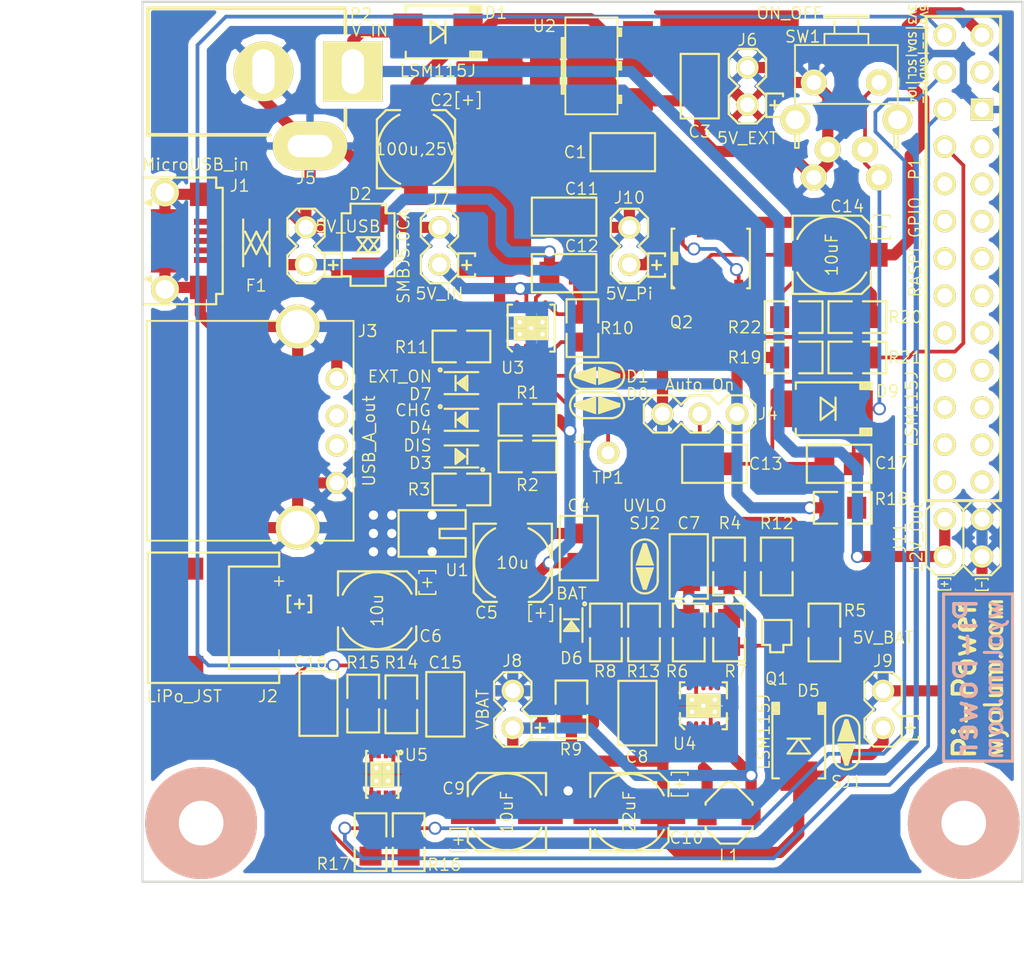
<source format=kicad_pcb>
(kicad_pcb (version 3) (host pcbnew "(2013-mar-13)-testing")
  (layers (15 F.Cu signal) (0 B.Cu signal) (18 B.Paste user) (19 F.Paste user) (20 B.SilkS user) (21 F.SilkS user) (22 B.Mask user) (23 F.Mask user) (28 Edge.Cuts user))
  (net 0 "")
  (net 1 /3V3_Pi)
  (net 2 /5V_BAT)
  (net 3 /5V_EXT)
  (net 4 /5V_IN)
  (net 5 /5V_Pi)
  (net 6 /5V_USB)
  (net 7 /D0)
  (net 8 /D1)
  (net 9 /EN)
  (net 10 /FB)
  (net 11 /GPIO4)
  (net 12 /Ilim)
  (net 13 /L)
  (net 14 /PROG)
  (net 15 /PS)
  (net 16 /PWR_IN)
  (net 17 /SCL_Pi)
  (net 18 /SDA_Pi)
  (net 19 /STAT)
  (net 20 /UVLO2V6)
  (net 21 /VAUX)
  (net 22 /VBAT)
  (net 23 GND)
  (net 24 N-000003)
  (net 25 N-0000031)
  (net 26 N-0000032)
  (net 27 N-0000033)
  (net 28 N-0000034)
  (net 29 N-000004)
  (net 30 N-0000040)
  (net 31 N-000005)
  (net 32 N-0000059)
  (net 33 N-000006)
  (net 34 N-0000060)
  (net 35 N-0000061)
  (net 36 N-0000065)
  (net 37 N-0000066)
  (net 38 N-000007)
  (net 39 N-000008)
  (module c_0805 (layer F.Cu) (at 120.5 29)
    (fp_text reference C1 (at -3.25 0) (layer F.SilkS) (effects (font (size 0.8 0.8) (thickness 0.1))))
    (fp_text value 100nF hide)
    (pad 1 smd rect (at 1 0) (size 1.35 1.55) (layers F.Cu F.Paste F.Mask) (net 23 GND))
    (pad 2 smd rect (at -1 0) (size 1.35 1.55) (layers F.Cu F.Paste F.Mask) (net 3 /5V_EXT))
  )
  (module C_ELCO_SMD (layer F.Cu) (at 113 57)
    (fp_text reference C5 (at -1.8 3.4) (layer F.SilkS) (effects (font (size 0.8 0.8) (thickness 0.1))))
    (fp_text value 10u (at 0 0) (layer F.SilkS) (effects (font (size 0.8 0.8) (thickness 0.1))))
    (fp_text user [+] (at 1.905 3.3655) (layer F.SilkS) (effects (font (size 0.8 0.8) (thickness 0.1))))
    (pad 1 smd rect (at 0 2.286) (size 1.6256 3.048) (layers F.Cu F.Paste F.Mask) (net 4 /5V_IN))
    (pad 2 smd rect (at 0 -2.286) (size 1.6256 3.048) (layers F.Cu F.Paste F.Mask) (net 23 GND))
  )
  (module C_ELCO_SMD (layer F.Cu) (at 103.75 60.25 90)
    (fp_text reference C6 (at -1.75 3.65 180) (layer F.SilkS) (effects (font (size 0.8 0.8) (thickness 0.1))))
    (fp_text value 10u (at 0 0 90) (layer F.SilkS) (effects (font (size 0.8 0.8) (thickness 0.1))))
    (fp_text user [+] (at 1.905 3.3655 90) (layer F.SilkS) (effects (font (size 0.8 0.8) (thickness 0.1))))
    (pad 1 smd rect (at 0 2.286 90) (size 1.6256 3.048) (layers F.Cu F.Paste F.Mask) (net 22 /VBAT))
    (pad 2 smd rect (at 0 -2.286 90) (size 1.6256 3.048) (layers F.Cu F.Paste F.Mask) (net 23 GND))
  )
  (module c_0805 (layer F.Cu) (at 125 57.25 90)
    (fp_text reference C7 (at 2.95 0 180) (layer F.SilkS) (effects (font (size 0.8 0.8) (thickness 0.1))))
    (fp_text value 100nF hide)
    (pad 1 smd rect (at 1 0 90) (size 1.35 1.55) (layers F.Cu F.Paste F.Mask) (net 20 /UVLO2V6))
    (pad 2 smd rect (at -1 0 90) (size 1.35 1.55) (layers F.Cu F.Paste F.Mask) (net 22 /VBAT))
  )
  (module c_0805 (layer F.Cu) (at 121.5 67.25 90)
    (fp_text reference C8 (at -2.981 -0.0245 180) (layer F.SilkS) (effects (font (size 0.8 0.8) (thickness 0.1))))
    (fp_text value 100nF hide)
    (pad 1 smd rect (at 1 0 90) (size 1.35 1.55) (layers F.Cu F.Paste F.Mask) (net 23 GND))
    (pad 2 smd rect (at -1 0 90) (size 1.35 1.55) (layers F.Cu F.Paste F.Mask) (net 21 /VAUX))
  )
  (module C_ELCO_SMD (layer F.Cu) (at 112.6 74 270)
    (fp_text reference C9 (at -1.61 3.634 360) (layer F.SilkS) (effects (font (size 0.8 0.8) (thickness 0.1))))
    (fp_text value 10uF (at 0 0 270) (layer F.SilkS) (effects (font (size 0.8 0.8) (thickness 0.1))))
    (fp_text user [+] (at 1.905 3.3655 270) (layer F.SilkS) (effects (font (size 0.8 0.8) (thickness 0.1))))
    (pad 1 smd rect (at 0 2.286 270) (size 1.6256 3.048) (layers F.Cu F.Paste F.Mask) (net 22 /VBAT))
    (pad 2 smd rect (at 0 -2.286 270) (size 1.6256 3.048) (layers F.Cu F.Paste F.Mask) (net 23 GND))
  )
  (module Inductor_SMD1 (layer F.Cu) (at 127.75 74.25 180)
    (fp_text reference L1 (at -0.012 -2.712 180) (layer F.SilkS) (effects (font (size 0.8 0.8) (thickness 0.1))))
    (fp_text value 4u7H,1.2A hide)
    (pad 1 smd rect (at -1.5 0 180) (size 1.3 1.3) (layers F.Cu F.Paste F.Mask) (net 22 /VBAT))
    (pad 2 smd rect (at 1.5 0 180) (size 1.3 1.3) (layers F.Cu F.Paste F.Mask) (net 13 /L))
  )
  (module r_0805 (layer F.Cu) (at 114 47.25)
    (fp_text reference R1 (at 0 -1.85) (layer F.SilkS) (effects (font (size 0.8 0.8) (thickness 0.1))))
    (fp_text value 1k5 hide)
    (pad 1 smd rect (at 0.9525 0) (size 1.30048 1.4986) (layers F.Cu F.Paste F.Mask) (net 4 /5V_IN))
    (pad 2 smd rect (at -0.9525 0) (size 1.30048 1.4986) (layers F.Cu F.Paste F.Mask) (net 29 N-000004))
  )
  (module r_0805 (layer F.Cu) (at 114 49.75 180)
    (fp_text reference R2 (at 0 -1.95 180) (layer F.SilkS) (effects (font (size 0.8 0.8) (thickness 0.1))))
    (fp_text value 1k5 hide)
    (pad 1 smd rect (at 0.9525 0 180) (size 1.30048 1.4986) (layers F.Cu F.Paste F.Mask) (net 24 N-000003))
    (pad 2 smd rect (at -0.9525 0 180) (size 1.30048 1.4986) (layers F.Cu F.Paste F.Mask) (net 23 GND))
  )
  (module r_0805 (layer F.Cu) (at 109.5 52 180)
    (fp_text reference R3 (at 2.9 0 180) (layer F.SilkS) (effects (font (size 0.8 0.8) (thickness 0.1))))
    (fp_text value 2k hide)
    (pad 1 smd rect (at 0.9525 0 180) (size 1.30048 1.4986) (layers F.Cu F.Paste F.Mask) (net 14 /PROG))
    (pad 2 smd rect (at -0.9525 0 180) (size 1.30048 1.4986) (layers F.Cu F.Paste F.Mask) (net 23 GND))
  )
  (module r_0805 (layer F.Cu) (at 127.75 57.25 270)
    (fp_text reference R4 (at -2.95 -0.05 360) (layer F.SilkS) (effects (font (size 0.8 0.8) (thickness 0.1))))
    (fp_text value 2M hide)
    (pad 1 smd rect (at 0.9525 0 270) (size 1.30048 1.4986) (layers F.Cu F.Paste F.Mask) (net 22 /VBAT))
    (pad 2 smd rect (at -0.9525 0 270) (size 1.30048 1.4986) (layers F.Cu F.Paste F.Mask) (net 20 /UVLO2V6))
  )
  (module r_0805 (layer F.Cu) (at 134.25 61.75 270)
    (fp_text reference R5 (at -1.4885 -2.0845 360) (layer F.SilkS) (effects (font (size 0.8 0.8) (thickness 0.1))))
    (fp_text value 100k hide)
    (pad 1 smd rect (at 0.9525 0 270) (size 1.30048 1.4986) (layers F.Cu F.Paste F.Mask) (net 4 /5V_IN))
    (pad 2 smd rect (at -0.9525 0 270) (size 1.30048 1.4986) (layers F.Cu F.Paste F.Mask) (net 39 N-000008))
  )
  (module r_0805 (layer F.Cu) (at 125 61.75 90)
    (fp_text reference R6 (at -2.65 -0.8 180) (layer F.SilkS) (effects (font (size 0.8 0.8) (thickness 0.1))))
    (fp_text value 10k hide)
    (pad 1 smd rect (at 0.9525 0 90) (size 1.30048 1.4986) (layers F.Cu F.Paste F.Mask) (net 22 /VBAT))
    (pad 2 smd rect (at -0.9525 0 90) (size 1.30048 1.4986) (layers F.Cu F.Paste F.Mask) (net 15 /PS))
  )
  (module r_0805 (layer F.Cu) (at 127.75 61.75 90)
    (fp_text reference R7 (at -2.65 0.45 180) (layer F.SilkS) (effects (font (size 0.8 0.8) (thickness 0.1))))
    (fp_text value 10k hide)
    (pad 1 smd rect (at 0.9525 0 90) (size 1.30048 1.4986) (layers F.Cu F.Paste F.Mask) (net 22 /VBAT))
    (pad 2 smd rect (at -0.9525 0 90) (size 1.30048 1.4986) (layers F.Cu F.Paste F.Mask) (net 9 /EN))
  )
  (module r_0805 (layer F.Cu) (at 119.35 61.75 270)
    (fp_text reference R8 (at 2.65 0.05 360) (layer F.SilkS) (effects (font (size 0.8 0.8) (thickness 0.1))))
    (fp_text value 2M hide)
    (pad 1 smd rect (at 0.9525 0 270) (size 1.30048 1.4986) (layers F.Cu F.Paste F.Mask) (net 2 /5V_BAT))
    (pad 2 smd rect (at -0.9525 0 270) (size 1.30048 1.4986) (layers F.Cu F.Paste F.Mask) (net 10 /FB))
  )
  (module r_0805 (layer F.Cu) (at 117 67 270)
    (fp_text reference R9 (at 2.723 0.033 360) (layer F.SilkS) (effects (font (size 0.8 0.8) (thickness 0.1))))
    (fp_text value 1k5 hide)
    (pad 1 smd rect (at 0.9525 0 270) (size 1.30048 1.4986) (layers F.Cu F.Paste F.Mask) (net 2 /5V_BAT))
    (pad 2 smd rect (at -0.9525 0 270) (size 1.30048 1.4986) (layers F.Cu F.Paste F.Mask) (net 33 N-000006))
  )
  (module r_0805 (layer F.Cu) (at 117.75 41 270)
    (fp_text reference R10 (at 0 -2.35 360) (layer F.SilkS) (effects (font (size 0.8 0.8) (thickness 0.1))))
    (fp_text value 470E hide)
    (pad 1 smd rect (at 0.9525 0 270) (size 1.30048 1.4986) (layers F.Cu F.Paste F.Mask) (net 12 /Ilim))
    (pad 2 smd rect (at -0.9525 0 270) (size 1.30048 1.4986) (layers F.Cu F.Paste F.Mask) (net 23 GND))
  )
  (module r_0805 (layer F.Cu) (at 109.5 42.25)
    (fp_text reference R11 (at -3.4 0.05) (layer F.SilkS) (effects (font (size 0.8 0.8) (thickness 0.1))))
    (fp_text value 1k5 hide)
    (pad 1 smd rect (at 0.9525 0) (size 1.30048 1.4986) (layers F.Cu F.Paste F.Mask) (net 36 N-0000065))
    (pad 2 smd rect (at -0.9525 0) (size 1.30048 1.4986) (layers F.Cu F.Paste F.Mask) (net 37 N-0000066))
  )
  (module r_0805 (layer F.Cu) (at 131 57.25 90)
    (fp_text reference R12 (at 2.95 0 180) (layer F.SilkS) (effects (font (size 0.8 0.8) (thickness 0.1))))
    (fp_text value 220k hide)
    (pad 1 smd rect (at 0.9525 0 90) (size 1.30048 1.4986) (layers F.Cu F.Paste F.Mask) (net 20 /UVLO2V6))
    (pad 2 smd rect (at -0.9525 0 90) (size 1.30048 1.4986) (layers F.Cu F.Paste F.Mask) (net 23 GND))
  )
  (module r_0805 (layer F.Cu) (at 121.95 61.75 90)
    (fp_text reference R13 (at -2.65 -0.05 180) (layer F.SilkS) (effects (font (size 0.8 0.8) (thickness 0.1))))
    (fp_text value 220k hide)
    (pad 1 smd rect (at 0.9525 0 90) (size 1.30048 1.4986) (layers F.Cu F.Paste F.Mask) (net 10 /FB))
    (pad 2 smd rect (at -0.9525 0 90) (size 1.30048 1.4986) (layers F.Cu F.Paste F.Mask) (net 23 GND))
  )
  (module r_0805 (layer F.Cu) (at 105.4 66.65 90)
    (fp_text reference R14 (at 2.85 0 180) (layer F.SilkS) (effects (font (size 0.8 0.8) (thickness 0.1))))
    (fp_text value 1k hide)
    (pad 1 smd rect (at 0.9525 0 90) (size 1.30048 1.4986) (layers F.Cu F.Paste F.Mask) (net 22 /VBAT))
    (pad 2 smd rect (at -0.9525 0 90) (size 1.30048 1.4986) (layers F.Cu F.Paste F.Mask) (net 35 N-0000061))
  )
  (module ShortLink (layer F.Cu) (at 135.75 69.25 270)
    (fp_text reference SJ1 (at 2.6955 -0.013 360) (layer F.SilkS) (effects (font (size 0.8 0.8) (thickness 0.1))))
    (fp_text value LINK1 hide)
    (pad 1 smd trapezoid (at -0.8255 0 270) (size 1.524 0.762) (rect_delta -0.508 0) (layers F.Cu F.Paste F.SilkS F.Mask) (net 4 /5V_IN) (clearance 0.127))
    (pad 2 smd trapezoid (at 0.8255 0 270) (size 1.524 0.762) (rect_delta 0.508 0) (layers F.Cu F.Paste F.SilkS F.Mask) (net 2 /5V_BAT) (clearance 0.127))
  )
  (module ShortLink (layer F.Cu) (at 122 57.25 270)
    (fp_text reference SJ2 (at -2.95 0 360) (layer F.SilkS) (effects (font (size 0.8 0.8) (thickness 0.1))))
    (fp_text value UVLO (at -4.15 0 360) (layer F.SilkS) (effects (font (size 0.8 0.8) (thickness 0.1))))
    (pad 1 smd trapezoid (at -0.8255 0 270) (size 1.524 0.762) (rect_delta -0.508 0) (layers F.Cu F.Paste F.SilkS F.Mask) (net 20 /UVLO2V6) (clearance 0.127))
    (pad 2 smd trapezoid (at 0.8255 0 270) (size 1.524 0.762) (rect_delta 0.508 0) (layers F.Cu F.Paste F.SilkS F.Mask) (net 22 /VBAT) (clearance 0.127))
  )
  (module SW_PB_V_H (layer F.Cu) (at 135.75 24.25 270)
    (fp_text reference SW1 (at -3.125 2.975 360) (layer F.SilkS) (effects (font (size 0.8 0.8) (thickness 0.1))))
    (fp_text value ON_OFF (at -4.725 3.875 360) (layer F.SilkS) (effects (font (size 0.8 0.8) (thickness 0.1))))
    (pad 1 thru_hole circle (at 0 -2.2225 270) (size 1.778 1.778) (drill 1.016) (layers *.Cu *.Mask F.SilkS) (net 27 N-0000033))
    (pad 2 thru_hole circle (at 0 2.2225 270) (size 1.778 1.778) (drill 1.016) (layers *.Cu *.Mask F.SilkS) (net 23 GND))
    (pad 3 thru_hole circle (at 2.54 -3.4925 270) (size 2.032 2.032) (drill 1.27) (layers *.Cu *.Mask F.SilkS))
    (pad 3 thru_hole circle (at 2.54 3.4925 270) (size 2.032 2.032) (drill 1.27) (layers *.Cu *.Mask F.SilkS))
    (pad 2 thru_hole circle (at 6.477 2.2225 270) (size 1.778 1.778) (drill 1.016) (layers *.Cu *.Mask F.SilkS) (net 23 GND))
    (pad 1 thru_hole circle (at 6.477 -2.2225 270) (size 1.778 1.778) (drill 1.016) (layers *.Cu *.Mask F.SilkS) (net 27 N-0000033))
    (pad 2 thru_hole circle (at 4.572 1.27 270) (size 1.778 1.778) (drill 1.016) (layers *.Cu *.Mask F.SilkS) (net 23 GND))
    (pad 1 thru_hole circle (at 4.572 -1.27 270) (size 1.778 1.778) (drill 1.016) (layers *.Cu *.Mask F.SilkS) (net 27 N-0000033))
  )
  (module MCP73831 (layer F.Cu) (at 107.5 55 270)
    (fp_text reference U1 (at 2.5 -1.7 360) (layer F.SilkS) (effects (font (size 0.8 0.8) (thickness 0.1))))
    (fp_text value MCP73831 hide)
    (pad 1 smd rect (at -0.95 1.4 270) (size 0.6 1.1) (layers F.Cu F.Paste F.Mask) (net 19 /STAT) (clearance 0.127))
    (pad 3 smd rect (at 0.95 1.4 270) (size 0.6 1.1) (layers F.Cu F.Paste F.Mask) (net 22 /VBAT) (clearance 0.127))
    (pad 2 smd rect (at 0 1.4 270) (size 0.6 1.1) (layers F.Cu F.Paste F.Mask) (net 23 GND) (clearance 0.127))
    (pad 4 smd rect (at 0.95 -1.4 270) (size 0.6 1.1) (layers F.Cu F.Paste F.Mask) (net 4 /5V_IN) (clearance 0.127))
    (pad 5 smd rect (at -0.95 -1.4 270) (size 0.6 1.1) (layers F.Cu F.Paste F.Mask) (net 14 /PROG) (clearance 0.127))
  )
  (module C_ELCO_SMD (layer F.Cu) (at 120.95 74 90)
    (fp_text reference C10 (at -1.7555 3.891 180) (layer F.SilkS) (effects (font (size 0.8 0.8) (thickness 0.1))))
    (fp_text value 22uF (at 0 0 90) (layer F.SilkS) (effects (font (size 0.8 0.8) (thickness 0.1))))
    (fp_text user [+] (at 1.905 3.3655 90) (layer F.SilkS) (effects (font (size 0.8 0.8) (thickness 0.1))))
    (pad 1 smd rect (at 0 2.286 90) (size 1.6256 3.048) (layers F.Cu F.Paste F.Mask) (net 2 /5V_BAT))
    (pad 2 smd rect (at 0 -2.286 90) (size 1.6256 3.048) (layers F.Cu F.Paste F.Mask) (net 23 GND))
  )
  (module c_0805 (layer F.Cu) (at 116.5 33.4)
    (fp_text reference C11 (at 1.2 -1.9) (layer F.SilkS) (effects (font (size 0.8 0.8) (thickness 0.1))))
    (fp_text value 100nF hide)
    (pad 1 smd rect (at 1 0) (size 1.35 1.55) (layers F.Cu F.Paste F.Mask) (net 23 GND))
    (pad 2 smd rect (at -1 0) (size 1.35 1.55) (layers F.Cu F.Paste F.Mask) (net 3 /5V_EXT))
  )
  (module c_0805 (layer F.Cu) (at 116.5 37.25)
    (fp_text reference C12 (at 1.2 -1.85) (layer F.SilkS) (effects (font (size 0.8 0.8) (thickness 0.1))))
    (fp_text value 100nF hide)
    (pad 1 smd rect (at 1 0) (size 1.35 1.55) (layers F.Cu F.Paste F.Mask) (net 23 GND))
    (pad 2 smd rect (at -1 0) (size 1.35 1.55) (layers F.Cu F.Paste F.Mask) (net 6 /5V_USB))
  )
  (module C_ELCO_SMD (layer F.Cu) (at 106.4 28.8 180)
    (fp_text reference C2 (at -1.75 3.35 180) (layer F.SilkS) (effects (font (size 0.8 0.8) (thickness 0.1))))
    (fp_text value 100u,25V (at 0 0 180) (layer F.SilkS) (effects (font (size 0.8 0.8) (thickness 0.1))))
    (fp_text user [+] (at -3.55 3.4 180) (layer F.SilkS) (effects (font (size 0.8 0.8) (thickness 0.1))))
    (pad 1 smd rect (at 0 2.286 180) (size 1.6256 3.048) (layers F.Cu F.Paste F.Mask) (net 31 N-000005))
    (pad 2 smd rect (at 0 -2.286 180) (size 1.6256 3.048) (layers F.Cu F.Paste F.Mask) (net 23 GND))
  )
  (module c_0805 (layer F.Cu) (at 125.75 24.5 90)
    (fp_text reference C3 (at -3.1 0 180) (layer F.SilkS) (effects (font (size 0.8 0.8) (thickness 0.1))))
    (fp_text value "2u2 Tant" hide)
    (pad 1 smd rect (at 1 0 90) (size 1.35 1.55) (layers F.Cu F.Paste F.Mask) (net 3 /5V_EXT))
    (pad 2 smd rect (at -1 0 90) (size 1.35 1.55) (layers F.Cu F.Paste F.Mask) (net 23 GND))
  )
  (module c_0805 (layer F.Cu) (at 117.5 56 90)
    (fp_text reference C4 (at 2.9 0 180) (layer F.SilkS) (effects (font (size 0.8 0.8) (thickness 0.1))))
    (fp_text value 100nF hide)
    (pad 1 smd rect (at 1 0 90) (size 1.35 1.55) (layers F.Cu F.Paste F.Mask) (net 23 GND))
    (pad 2 smd rect (at -1 0 90) (size 1.35 1.55) (layers F.Cu F.Paste F.Mask) (net 4 /5V_IN))
  )
  (module c_0805 (layer F.Cu) (at 126.75 50.25 180)
    (fp_text reference C13 (at -3.5 0 180) (layer F.SilkS) (effects (font (size 0.8 0.8) (thickness 0.1))))
    (fp_text value 100nF hide)
    (pad 1 smd rect (at 1 0 180) (size 1.35 1.55) (layers F.Cu F.Paste F.Mask) (net 30 N-0000040))
    (pad 2 smd rect (at -1 0 180) (size 1.35 1.55) (layers F.Cu F.Paste F.Mask) (net 28 N-0000034))
  )
  (module C_ELCO_SMD (layer F.Cu) (at 134.75 36 90)
    (fp_text reference C14 (at 3.3 1.05 180) (layer F.SilkS) (effects (font (size 0.8 0.8) (thickness 0.1))))
    (fp_text value 10uF (at 0 0 90) (layer F.SilkS) (effects (font (size 0.8 0.8) (thickness 0.1))))
    (fp_text user [+] (at 1.905 3.3655 90) (layer F.SilkS) (effects (font (size 0.8 0.8) (thickness 0.1))))
    (pad 1 smd rect (at 0 2.286 90) (size 1.6256 3.048) (layers F.Cu F.Paste F.Mask) (net 5 /5V_Pi))
    (pad 2 smd rect (at 0 -2.286 90) (size 1.6256 3.048) (layers F.Cu F.Paste F.Mask) (net 26 N-0000032))
  )
  (module c_0805 (layer F.Cu) (at 108.4 66.65 90)
    (fp_text reference C15 (at 2.85 0 180) (layer F.SilkS) (effects (font (size 0.8 0.8) (thickness 0.1))))
    (fp_text value 1uF hide)
    (pad 1 smd rect (at 1 0 90) (size 1.35 1.55) (layers F.Cu F.Paste F.Mask) (net 23 GND))
    (pad 2 smd rect (at -1 0 90) (size 1.35 1.55) (layers F.Cu F.Paste F.Mask) (net 35 N-0000061))
  )
  (module c_0805 (layer F.Cu) (at 99.75 66.6 90)
    (fp_text reference C16 (at 2.8 -0.55 180) (layer F.SilkS) (effects (font (size 0.8 0.8) (thickness 0.1))))
    (fp_text value 100nF hide)
    (pad 1 smd rect (at 1 0 90) (size 1.35 1.55) (layers F.Cu F.Paste F.Mask) (net 23 GND))
    (pad 2 smd rect (at -1 0 90) (size 1.35 1.55) (layers F.Cu F.Paste F.Mask) (net 32 N-0000059))
  )
  (module c_0805 (layer F.Cu) (at 135.25 50.25)
    (fp_text reference C17 (at 3.6 -0.05) (layer F.SilkS) (effects (font (size 0.8 0.8) (thickness 0.1))))
    (fp_text value 1uF hide)
    (pad 1 smd rect (at 1 0) (size 1.35 1.55) (layers F.Cu F.Paste F.Mask) (net 27 N-0000033))
    (pad 2 smd rect (at -1 0) (size 1.35 1.55) (layers F.Cu F.Paste F.Mask) (net 28 N-0000034))
  )
  (module diode-DO214BA (layer F.Cu) (at 107.9 20.8)
    (fp_text reference D1 (at 3.95 -1.3) (layer F.SilkS) (effects (font (size 0.8 0.8) (thickness 0.1))))
    (fp_text value LSM115J (at 0 2.65) (layer F.SilkS) (effects (font (size 0.8 0.8) (thickness 0.1))))
    (pad 2 smd rect (at 2.05 0) (size 2 2.5) (layers F.Cu F.Paste F.Mask) (net 31 N-000005))
    (pad 1 smd rect (at -2.05 0) (size 2 2.5) (layers F.Cu F.Paste F.Mask) (net 16 /PWR_IN))
  )
  (module diode-DO214AA (layer F.Cu) (at 103.136 35.314 90)
    (fp_text reference D2 (at 3.464 -0.536 180) (layer F.SilkS) (effects (font (size 0.8 0.8) (thickness 0.1))))
    (fp_text value SMBJ5.0CA (at -0.786 2.414 90) (layer F.SilkS) (effects (font (size 0.8 0.8) (thickness 0.1))))
    (pad 2 smd rect (at 1.75 0 90) (size 1.75 2.22) (layers F.Cu F.Paste F.Mask) (net 23 GND))
    (pad 1 smd rect (at -1.75 0 90) (size 1.75 2.22) (layers F.Cu F.Paste F.Mask) (net 6 /5V_USB))
  )
  (module led_0805 (layer F.Cu) (at 109.5 49.75 180)
    (fp_text reference D3 (at 2.8 -0.45 180) (layer F.SilkS) (effects (font (size 0.8 0.8) (thickness 0.1))))
    (fp_text value DIS (at 3 0.75 180) (layer F.SilkS) (effects (font (size 0.8 0.8) (thickness 0.1))))
    (pad 1 smd rect (at 1.016 0 180) (size 1.016 1.27) (layers F.Cu F.Paste F.Mask) (net 19 /STAT))
    (pad 2 smd rect (at -1.016 0 180) (size 1.016 1.27) (layers F.Cu F.Paste F.Mask) (net 24 N-000003))
  )
  (module led_0805 (layer F.Cu) (at 109.5 47.25)
    (fp_text reference D4 (at -2.8 0.55) (layer F.SilkS) (effects (font (size 0.8 0.8) (thickness 0.1))))
    (fp_text value CHG (at -3.3 -0.65) (layer F.SilkS) (effects (font (size 0.8 0.8) (thickness 0.1))))
    (pad 1 smd rect (at 1.016 0) (size 1.016 1.27) (layers F.Cu F.Paste F.Mask) (net 29 N-000004))
    (pad 2 smd rect (at -1.016 0) (size 1.016 1.27) (layers F.Cu F.Paste F.Mask) (net 19 /STAT))
  )
  (module diode-DO214BA (layer F.Cu) (at 132.5 69.5 90)
    (fp_text reference D5 (at 3.7775 0.6595 180) (layer F.SilkS) (effects (font (size 0.8 0.8) (thickness 0.1))))
    (fp_text value LSM115J (at 0.9835 -2.3885 90) (layer F.SilkS) (effects (font (size 0.8 0.8) (thickness 0.1))))
    (pad 2 smd rect (at 2.05 0 90) (size 2 2.5) (layers F.Cu F.Paste F.Mask) (net 4 /5V_IN))
    (pad 1 smd rect (at -2.05 0 90) (size 2 2.5) (layers F.Cu F.Paste F.Mask) (net 2 /5V_BAT))
  )
  (module led_0805 (layer F.Cu) (at 117 61.25 270)
    (fp_text reference D6 (at 2.25 0 360) (layer F.SilkS) (effects (font (size 0.8 0.8) (thickness 0.1))))
    (fp_text value BAT (at -2.15 0 360) (layer F.SilkS) (effects (font (size 0.8 0.8) (thickness 0.1))))
    (pad 1 smd rect (at 1.016 0 270) (size 1.016 1.27) (layers F.Cu F.Paste F.Mask) (net 33 N-000006))
    (pad 2 smd rect (at -1.016 0 270) (size 1.016 1.27) (layers F.Cu F.Paste F.Mask) (net 23 GND))
  )
  (module led_0805 (layer F.Cu) (at 109.5 44.75)
    (fp_text reference D7 (at -2.8 0.75) (layer F.SilkS) (effects (font (size 0.8 0.8) (thickness 0.1))))
    (fp_text value EXT_ON (at -4.2 -0.45) (layer F.SilkS) (effects (font (size 0.8 0.8) (thickness 0.1))))
    (pad 1 smd rect (at 1.016 0) (size 1.016 1.27) (layers F.Cu F.Paste F.Mask) (net 4 /5V_IN))
    (pad 2 smd rect (at -1.016 0) (size 1.016 1.27) (layers F.Cu F.Paste F.Mask) (net 37 N-0000066))
  )
  (module diode-DO214BA (layer F.Cu) (at 134.5 46.5)
    (fp_text reference D9 (at 4.05 -1.2) (layer F.SilkS) (effects (font (size 0.8 0.8) (thickness 0.1))))
    (fp_text value LSM115J (at 5.7 0 90) (layer F.SilkS) (effects (font (size 0.8 0.8) (thickness 0.1))))
    (pad 2 smd rect (at 2.05 0) (size 2 2.5) (layers F.Cu F.Paste F.Mask) (net 27 N-0000033))
    (pad 1 smd rect (at -2.05 0) (size 2 2.5) (layers F.Cu F.Paste F.Mask) (net 25 N-0000031))
  )
  (module f_1206 (layer F.Cu) (at 95.516 35.187 270)
    (fp_text reference F1 (at 2.913 0.016 360) (layer F.SilkS) (effects (font (size 0.8 0.8) (thickness 0.1))))
    (fp_text value NANOSMDC110F hide)
    (pad 1 smd rect (at 1.5 0 270) (size 1 1.6) (layers F.Cu F.Paste F.Mask) (net 6 /5V_USB))
    (pad 2 smd rect (at -1.5 0 270) (size 1 1.6) (layers F.Cu F.Paste F.Mask) (net 38 N-000007))
  )
  (module CONN_JST-2_SMD (layer F.Cu) (at 88.5 60.75 270)
    (fp_text reference J2 (at 5.35 -7.8 540) (layer F.SilkS) (effects (font (size 0.8 0.8) (thickness 0.1))))
    (fp_text value LiPo_JST (at 5.35 -2.1 540) (layer F.SilkS) (effects (font (size 0.8 0.8) (thickness 0.1))))
    (fp_text user - (at 2.49936 -8.49884 270) (layer F.SilkS) (effects (font (size 0.8 0.8) (thickness 0.1))))
    (fp_text user + (at -2.49936 -8.49884 270) (layer F.SilkS) (effects (font (size 0.8 0.8) (thickness 0.1))))
    (pad "" smd rect (at -3.34772 -1.69926 270) (size 1.4986 3.39598) (layers F.Cu F.Paste F.Mask))
    (pad 1 smd rect (at -0.99822 -7.24916 270) (size 0.99568 3.49758) (layers F.Cu F.Paste F.Mask) (net 22 /VBAT))
    (pad 2 smd rect (at 0.99822 -7.24916 270) (size 0.99568 3.49758) (layers F.Cu F.Paste F.Mask) (net 23 GND))
    (pad "" smd rect (at 3.34772 -1.69926 270) (size 1.4986 3.39598) (layers F.Cu F.Paste F.Mask))
  )
  (module Header_3 (layer F.Cu) (at 125.75 46.85)
    (fp_text reference J4 (at 4.6355 0 180) (layer F.SilkS) (effects (font (size 0.8 0.8) (thickness 0.1))))
    (fp_text value Auto_On (at 0 -2 180) (layer F.SilkS) (effects (font (size 0.8 0.8) (thickness 0.1))))
    (pad 1 thru_hole circle (at -2.54 0) (size 1.524 1.524) (drill 1.016) (layers *.Cu *.Mask F.SilkS) (net 23 GND))
    (pad 2 thru_hole circle (at 0 0) (size 1.524 1.524) (drill 1.016) (layers *.Cu *.Mask F.SilkS) (net 30 N-0000040))
    (pad 3 thru_hole circle (at 2.54 0) (size 1.524 1.524) (drill 1.016) (layers *.Cu *.Mask F.SilkS) (net 4 /5V_IN))
  )
  (module Header_2 (layer F.Cu) (at 129 24.5 90)
    (fp_text reference J6 (at 3.15 0 180) (layer F.SilkS) (effects (font (size 0.8 0.8) (thickness 0.1))))
    (fp_text value 5V_EXT (at -3.55 0 180) (layer F.SilkS) (effects (font (size 0.8 0.8) (thickness 0.1))))
    (pad 1 thru_hole circle (at -1.27 0 90) (size 1.524 1.524) (drill 1.016) (layers *.Cu *.Mask F.SilkS) (net 3 /5V_EXT))
    (pad 2 thru_hole circle (at 1.27 0 90) (size 1.524 1.524) (drill 1.016) (layers *.Cu *.Mask F.SilkS) (net 23 GND))
  )
  (module Header_2 (layer F.Cu) (at 108 35.4 90)
    (fp_text reference J7 (at 3.2 0 180) (layer F.SilkS) (effects (font (size 0.8 0.8) (thickness 0.1))))
    (fp_text value 5V_IN (at -3.25 0 180) (layer F.SilkS) (effects (font (size 0.8 0.8) (thickness 0.1))))
    (pad 1 thru_hole circle (at -1.27 0 90) (size 1.524 1.524) (drill 1.016) (layers *.Cu *.Mask F.SilkS) (net 4 /5V_IN))
    (pad 2 thru_hole circle (at 1.27 0 90) (size 1.524 1.524) (drill 1.016) (layers *.Cu *.Mask F.SilkS) (net 23 GND))
  )
  (module Header_2 (layer F.Cu) (at 113 67 90)
    (fp_text reference J8 (at 3.3095 -0.0335 180) (layer F.SilkS) (effects (font (size 0.8 0.8) (thickness 0.1))))
    (fp_text value VBAT (at 0 -2.05 270) (layer F.SilkS) (effects (font (size 0.8 0.8) (thickness 0.1))))
    (pad 1 thru_hole circle (at -1.27 0 90) (size 1.524 1.524) (drill 1.016) (layers *.Cu *.Mask F.SilkS) (net 22 /VBAT))
    (pad 2 thru_hole circle (at 1.27 0 90) (size 1.524 1.524) (drill 1.016) (layers *.Cu *.Mask F.SilkS) (net 23 GND))
  )
  (module Header_2 (layer F.Cu) (at 138.25 67 90)
    (fp_text reference J9 (at 3.3095 -0.0105 360) (layer F.SilkS) (effects (font (size 0.8 0.8) (thickness 0.1))))
    (fp_text value 5V_BAT (at 4.9 0 360) (layer F.SilkS) (effects (font (size 0.8 0.8) (thickness 0.1))))
    (pad 1 thru_hole circle (at -1.27 0 90) (size 1.524 1.524) (drill 1.016) (layers *.Cu *.Mask F.SilkS) (net 2 /5V_BAT))
    (pad 2 thru_hole circle (at 1.27 0 90) (size 1.524 1.524) (drill 1.016) (layers *.Cu *.Mask F.SilkS) (net 23 GND))
  )
  (module Header_2 (layer F.Cu) (at 120.95 35.4 90)
    (fp_text reference J10 (at 3.3 0 180) (layer F.SilkS) (effects (font (size 0.8 0.8) (thickness 0.1))))
    (fp_text value 5V_Pi (at -3.25 0 180) (layer F.SilkS) (effects (font (size 0.8 0.8) (thickness 0.1))))
    (pad 1 thru_hole circle (at -1.27 0 90) (size 1.524 1.524) (drill 1.016) (layers *.Cu *.Mask F.SilkS) (net 5 /5V_Pi))
    (pad 2 thru_hole circle (at 1.27 0 90) (size 1.524 1.524) (drill 1.016) (layers *.Cu *.Mask F.SilkS) (net 23 GND))
  )
  (module Header_GPIO (layer F.Cu) (at 143.725 36.25 270)
    (fp_text reference P1 (at -6.125 3.3 270) (layer F.SilkS) (effects (font (size 0.8 0.8) (thickness 0.1))))
    (fp_text value RASPI_GPIO (at -0.775 3.3 270) (layer F.SilkS) (effects (font (size 0.8 0.8) (thickness 0.1))))
    (pad 1 thru_hole circle (at -15.24 1.27 270) (size 1.524 1.524) (drill 1.016) (layers *.Cu *.Mask F.SilkS) (net 1 /3V3_Pi))
    (pad 2 thru_hole circle (at -15.24 -1.27 270) (size 1.524 1.524) (drill 1.016) (layers *.Cu *.Mask F.SilkS) (net 5 /5V_Pi))
    (pad 3 thru_hole circle (at -12.7 1.27 270) (size 1.524 1.524) (drill 1.016) (layers *.Cu *.Mask F.SilkS) (net 18 /SDA_Pi))
    (pad 4 thru_hole circle (at -12.7 -1.27 270) (size 1.524 1.524) (drill 1.016) (layers *.Cu *.Mask F.SilkS))
    (pad 5 thru_hole circle (at -10.16 1.27 270) (size 1.524 1.524) (drill 1.016) (layers *.Cu *.Mask F.SilkS) (net 17 /SCL_Pi))
    (pad 6 thru_hole rect (at -10.16 -1.27 270) (size 1.524 1.524) (drill 1.016) (layers *.Cu *.Mask F.SilkS) (net 23 GND))
    (pad 7 thru_hole circle (at -7.62 1.27 270) (size 1.524 1.524) (drill 1.016) (layers *.Cu *.Mask F.SilkS) (net 11 /GPIO4))
    (pad 8 thru_hole circle (at -7.62 -1.27 270) (size 1.524 1.524) (drill 1.016) (layers *.Cu *.Mask F.SilkS))
    (pad 9 thru_hole circle (at -5.08 1.27 270) (size 1.524 1.524) (drill 1.016) (layers *.Cu *.Mask F.SilkS))
    (pad 10 thru_hole circle (at -5.08 -1.27 270) (size 1.524 1.524) (drill 1.016) (layers *.Cu *.Mask F.SilkS))
    (pad 11 thru_hole circle (at -2.54 1.27 270) (size 1.524 1.524) (drill 1.016) (layers *.Cu *.Mask F.SilkS))
    (pad 12 thru_hole circle (at -2.54 -1.27 270) (size 1.524 1.524) (drill 1.016) (layers *.Cu *.Mask F.SilkS))
    (pad 13 thru_hole circle (at 0 1.27 270) (size 1.524 1.524) (drill 1.016) (layers *.Cu *.Mask F.SilkS))
    (pad 14 thru_hole circle (at 0 -1.27 270) (size 1.524 1.524) (drill 1.016) (layers *.Cu *.Mask F.SilkS))
    (pad 15 thru_hole circle (at 2.54 1.27 270) (size 1.524 1.524) (drill 1.016) (layers *.Cu *.Mask F.SilkS))
    (pad 16 thru_hole circle (at 2.54 -1.27 270) (size 1.524 1.524) (drill 1.016) (layers *.Cu *.Mask F.SilkS))
    (pad 17 thru_hole circle (at 5.08 1.27 270) (size 1.524 1.524) (drill 1.016) (layers *.Cu *.Mask F.SilkS))
    (pad 18 thru_hole circle (at 5.08 -1.27 270) (size 1.524 1.524) (drill 1.016) (layers *.Cu *.Mask F.SilkS))
    (pad 19 thru_hole circle (at 7.62 1.27 270) (size 1.524 1.524) (drill 1.016) (layers *.Cu *.Mask F.SilkS))
    (pad 20 thru_hole circle (at 7.62 -1.27 270) (size 1.524 1.524) (drill 1.016) (layers *.Cu *.Mask F.SilkS))
    (pad 21 thru_hole circle (at 10.16 1.27 270) (size 1.524 1.524) (drill 1.016) (layers *.Cu *.Mask F.SilkS))
    (pad 22 thru_hole circle (at 10.16 -1.27 270) (size 1.524 1.524) (drill 1.016) (layers *.Cu *.Mask F.SilkS))
    (pad 23 thru_hole circle (at 12.7 1.27 270) (size 1.524 1.524) (drill 1.016) (layers *.Cu *.Mask F.SilkS))
    (pad 24 thru_hole circle (at 12.7 -1.27 270) (size 1.524 1.524) (drill 1.016) (layers *.Cu *.Mask F.SilkS))
    (pad 25 thru_hole circle (at 15.24 1.27 270) (size 1.524 1.524) (drill 1.016) (layers *.Cu *.Mask F.SilkS))
    (pad 26 thru_hole circle (at 15.24 -1.27 270) (size 1.524 1.524) (drill 1.016) (layers *.Cu *.Mask F.SilkS))
  )
  (module JACK_ALIM (layer F.Cu) (at 96 23.5)
    (fp_text reference P2 (at 6.65 -3.9) (layer F.SilkS) (effects (font (size 0.8 0.8) (thickness 0.1))))
    (fp_text value V_IN (at 7.25 -2.8) (layer F.SilkS) (effects (font (size 0.8 0.8) (thickness 0.1))))
    (pad 2 thru_hole circle (at 0 0) (size 4.064 4.064) (drill oval 1.524 3.048) (layers *.Cu *.Mask F.SilkS) (net 23 GND))
    (pad 1 thru_hole rect (at 6.096 0) (size 4.064 4.064) (drill oval 1.524 3.048) (layers *.Cu *.Mask F.SilkS) (net 16 /PWR_IN))
    (pad 3 thru_hole oval (at 3.175 5.08) (size 5.08 3.302) (drill oval 3.048 1.524) (layers *.Cu *.Mask F.SilkS) (net 23 GND))
  )
  (module SO8E (layer F.Cu) (at 126.5 36.25)
    (fp_text reference Q2 (at -2 4.35 180) (layer F.SilkS) (effects (font (size 0.8 0.8) (thickness 0.1))))
    (fp_text value IRF7319 hide)
    (pad 8 smd rect (at -1.905 -2.465) (size 0.6096 2.032) (layers F.Cu F.Paste F.Mask) (net 28 N-0000034))
    (pad 1 smd rect (at -1.905 2.465) (size 0.6096 2.032) (layers F.Cu F.Paste F.Mask) (net 23 GND))
    (pad 7 smd rect (at -0.635 -2.465) (size 0.6096 2.032) (layers F.Cu F.Paste F.Mask) (net 28 N-0000034))
    (pad 6 smd rect (at 0.635 -2.465) (size 0.6096 2.032) (layers F.Cu F.Paste F.Mask) (net 5 /5V_Pi))
    (pad 5 smd rect (at 1.905 -2.465) (size 0.6096 2.032) (layers F.Cu F.Paste F.Mask) (net 5 /5V_Pi))
    (pad 2 smd rect (at -0.635 2.465) (size 0.6096 2.032) (layers F.Cu F.Paste F.Mask) (net 26 N-0000032))
    (pad 3 smd rect (at 0.635 2.465) (size 0.6096 2.032) (layers F.Cu F.Paste F.Mask) (net 4 /5V_IN))
    (pad 4 smd rect (at 1.905 2.465) (size 0.6096 2.032) (layers F.Cu F.Paste F.Mask) (net 28 N-0000034))
  )
  (module r_0805 (layer F.Cu) (at 102.8 66.6 90)
    (fp_text reference R15 (at 2.8 0 180) (layer F.SilkS) (effects (font (size 0.8 0.8) (thickness 0.1))))
    (fp_text value 150E hide)
    (pad 1 smd rect (at 0.9525 0 90) (size 1.30048 1.4986) (layers F.Cu F.Paste F.Mask) (net 1 /3V3_Pi))
    (pad 2 smd rect (at -0.9525 0 90) (size 1.30048 1.4986) (layers F.Cu F.Paste F.Mask) (net 32 N-0000059))
  )
  (module r_0805 (layer F.Cu) (at 105.9 76.05 270)
    (fp_text reference R16 (at 1.547 -2.431 360) (layer F.SilkS) (effects (font (size 0.8 0.8) (thickness 0.1))))
    (fp_text value 10k hide)
    (pad 1 smd rect (at 0.9525 0 270) (size 1.30048 1.4986) (layers F.Cu F.Paste F.Mask) (net 1 /3V3_Pi))
    (pad 2 smd rect (at -0.9525 0 270) (size 1.30048 1.4986) (layers F.Cu F.Paste F.Mask) (net 18 /SDA_Pi))
  )
  (module r_0805 (layer F.Cu) (at 103.3 76.05 270)
    (fp_text reference R17 (at 1.4835 2.5255 360) (layer F.SilkS) (effects (font (size 0.8 0.8) (thickness 0.1))))
    (fp_text value 10k hide)
    (pad 1 smd rect (at 0.9525 0 270) (size 1.30048 1.4986) (layers F.Cu F.Paste F.Mask) (net 1 /3V3_Pi))
    (pad 2 smd rect (at -0.9525 0 270) (size 1.30048 1.4986) (layers F.Cu F.Paste F.Mask) (net 17 /SCL_Pi))
  )
  (module r_0805 (layer F.Cu) (at 135.5 53.25 180)
    (fp_text reference R18 (at -3.325 0.6 180) (layer F.SilkS) (effects (font (size 0.8 0.8) (thickness 0.1))))
    (fp_text value 10k hide)
    (pad 1 smd rect (at 0.9525 0 180) (size 1.30048 1.4986) (layers F.Cu F.Paste F.Mask) (net 4 /5V_IN))
    (pad 2 smd rect (at -0.9525 0 180) (size 1.30048 1.4986) (layers F.Cu F.Paste F.Mask) (net 27 N-0000033))
  )
  (module r_0805 (layer F.Cu) (at 132.15 43 180)
    (fp_text reference R19 (at 3.35 0 180) (layer F.SilkS) (effects (font (size 0.8 0.8) (thickness 0.1))))
    (fp_text value 100k hide)
    (pad 1 smd rect (at 0.9525 0 180) (size 1.30048 1.4986) (layers F.Cu F.Paste F.Mask) (net 4 /5V_IN))
    (pad 2 smd rect (at -0.9525 0 180) (size 1.30048 1.4986) (layers F.Cu F.Paste F.Mask) (net 28 N-0000034))
  )
  (module r_0805 (layer F.Cu) (at 136.5 40.25)
    (fp_text reference R20 (at 3.25 0) (layer F.SilkS) (effects (font (size 0.8 0.8) (thickness 0.1))))
    (fp_text value 100k hide)
    (pad 1 smd rect (at 0.9525 0) (size 1.30048 1.4986) (layers F.Cu F.Paste F.Mask) (net 5 /5V_Pi))
    (pad 2 smd rect (at -0.9525 0) (size 1.30048 1.4986) (layers F.Cu F.Paste F.Mask) (net 25 N-0000031))
  )
  (module r_0805 (layer F.Cu) (at 136.5 43 180)
    (fp_text reference R21 (at -3.25 0 180) (layer F.SilkS) (effects (font (size 0.8 0.8) (thickness 0.1))))
    (fp_text value 1k hide)
    (pad 1 smd rect (at 0.9525 0 180) (size 1.30048 1.4986) (layers F.Cu F.Paste F.Mask) (net 25 N-0000031))
    (pad 2 smd rect (at -0.9525 0 180) (size 1.30048 1.4986) (layers F.Cu F.Paste F.Mask) (net 11 /GPIO4))
  )
  (module r_0805 (layer F.Cu) (at 132.15 40.25)
    (fp_text reference R22 (at -3.35 0.7) (layer F.SilkS) (effects (font (size 0.8 0.8) (thickness 0.1))))
    (fp_text value 300k hide)
    (pad 1 smd rect (at 0.9525 0) (size 1.30048 1.4986) (layers F.Cu F.Paste F.Mask) (net 25 N-0000031))
    (pad 2 smd rect (at -0.9525 0) (size 1.30048 1.4986) (layers F.Cu F.Paste F.Mask) (net 26 N-0000032))
  )
  (module ShortLink (layer F.Cu) (at 118.75 46.25)
    (fp_text reference SJ3 hide)
    (fp_text value D0 (at 2.75 -0.75) (layer F.SilkS) (effects (font (size 0.8 0.8) (thickness 0.1))))
    (pad 1 smd trapezoid (at -0.8255 0) (size 1.524 0.762) (rect_delta -0.508 0) (layers F.Cu F.Paste F.SilkS F.Mask) (net 7 /D0) (clearance 0.127))
    (pad 2 smd trapezoid (at 0.8255 0) (size 1.524 0.762) (rect_delta 0.508 0) (layers F.Cu F.Paste F.SilkS F.Mask) (net 34 N-0000060) (clearance 0.127))
  )
  (module ShortLink (layer F.Cu) (at 118.75 44.25)
    (fp_text reference SJ4 hide)
    (fp_text value D1 (at 2.75 0.05) (layer F.SilkS) (effects (font (size 0.8 0.8) (thickness 0.1))))
    (pad 1 smd trapezoid (at -0.8255 0) (size 1.524 0.762) (rect_delta -0.508 0) (layers F.Cu F.Paste F.SilkS F.Mask) (net 8 /D1) (clearance 0.127))
    (pad 2 smd trapezoid (at 0.8255 0) (size 1.524 0.762) (rect_delta 0.508 0) (layers F.Cu F.Paste F.SilkS F.Mask) (net 23 GND) (clearance 0.127))
  )
  (module Breakout (layer F.Cu) (at 119.5 49.5)
    (fp_text reference TP1 (at 0 1.7) (layer F.SilkS) (effects (font (size 0.8 0.8) (thickness 0.1))))
    (fp_text value TP hide)
    (pad 1 thru_hole circle (at 0 0 90) (size 1.524 1.524) (drill 0.889) (layers *.Cu *.Mask F.SilkS) (net 34 N-0000060))
  )
  (module USB_B_Micro (layer F.Cu) (at 91.95 35.05)
    (fp_text reference J1 (at 2.4225 -3.76) (layer F.SilkS) (effects (font (size 0.8 0.8) (thickness 0.1))))
    (fp_text value MicroUSB_in (at -0.5775 -5.21) (layer F.SilkS) (effects (font (size 0.8 0.8) (thickness 0.1))))
    (pad 3 smd rect (at 0 0) (size 1.3716 0.4064) (layers F.Cu F.Paste F.Mask) (clearance 0.2032))
    (pad 4 smd rect (at 0 0.65024) (size 1.3716 0.4064) (layers F.Cu F.Paste F.Mask) (clearance 0.2032))
    (pad 5 smd rect (at 0 1.30048) (size 1.3716 0.4064) (layers F.Cu F.Paste F.Mask) (net 23 GND) (clearance 0.2032))
    (pad 2 smd rect (at 0 -0.65024) (size 1.3716 0.4064) (layers F.Cu F.Paste F.Mask) (clearance 0.2032))
    (pad 1 smd rect (at 0 -1.30048) (size 1.3716 0.4064) (layers F.Cu F.Paste F.Mask) (net 38 N-000007) (clearance 0.2032))
    (pad 5 smd rect (at -0.254 -3.175) (size 1.4224 1.6002) (layers F.Cu F.Paste F.Mask) (net 23 GND))
    (pad 5 smd rect (at -0.254 3.175) (size 1.4224 1.6002) (layers F.Cu F.Paste F.Mask) (net 23 GND))
    (pad 5 smd rect (at -2.667 -1.2065) (size 1.905 1.905) (layers F.Cu F.Paste F.Mask) (net 23 GND) (clearance 0.2032))
    (pad 5 smd rect (at -2.667 1.2065) (size 1.905 1.905) (layers F.Cu F.Paste F.Mask) (net 23 GND) (clearance 0.2032))
    (pad 5 thru_hole circle (at -2.667 -3.302) (size 1.905 1.905) (drill 1.27) (layers *.Cu *.Paste *.Mask F.SilkS) (net 23 GND) (clearance 0.2032))
    (pad 5 thru_hole circle (at -2.667 3.302) (size 1.905 1.905) (drill 1.27) (layers *.Cu *.Paste *.Mask F.SilkS) (net 23 GND) (clearance 0.2032))
  )
  (module TPS61200_QFN10 (layer F.Cu) (at 126 66.75)
    (fp_text reference U4 (at -1.286 2.592) (layer F.SilkS) (effects (font (size 0.8 0.8) (thickness 0.1))))
    (fp_text value TPS61200 hide)
    (pad 6 smd oval (at 1 -1.475) (size 0.28 0.85) (layers F.Cu F.Paste F.Mask) (net 9 /EN) (clearance 0.07))
    (pad 7 smd oval (at 0.5 -1.475) (size 0.28 0.85) (layers F.Cu F.Mask) (net 20 /UVLO2V6) (clearance 0.07))
    (pad 8 smd oval (at 0 -1.475) (size 0.28 0.85) (layers F.Cu F.Paste F.Mask) (net 15 /PS) (clearance 0.07))
    (pad 9 smd oval (at -0.5 -1.475) (size 0.28 0.85) (layers F.Cu F.Paste F.Mask) (net 23 GND) (clearance 0.07))
    (pad 10 smd oval (at -1 -1.475) (size 0.28 0.85) (layers F.Cu F.Paste F.Mask) (net 10 /FB) (clearance 0.07))
    (pad 1 smd oval (at -1 1.475) (size 0.28 0.85) (layers F.Cu F.Paste F.Mask) (net 21 /VAUX) (clearance 0.07))
    (pad 2 smd oval (at -0.5 1.475) (size 0.28 0.85) (layers F.Cu F.Paste F.Mask) (net 2 /5V_BAT) (clearance 0.07))
    (pad 3 smd oval (at 0 1.475) (size 0.28 0.85) (layers F.Cu F.Paste F.Mask) (net 13 /L) (clearance 0.07))
    (pad 4 smd oval (at 0.5 1.475) (size 0.28 0.85) (layers F.Cu F.Paste F.Mask) (net 23 GND) (clearance 0.07))
    (pad 5 smd oval (at 1 1.475) (size 0.28 0.85) (layers F.Cu F.Paste F.Mask) (net 22 /VBAT) (clearance 0.07))
    (pad 11 thru_hole rect (at 0 0) (size 0.76 1.64) (drill 0.299999) (layers *.Cu *.Mask F.SilkS) (net 23 GND) (clearance 0.001))
    (pad 12 thru_hole rect (at -0.78 0.41) (size 0.82 0.82) (drill 0.299999) (layers *.Cu *.Mask F.SilkS) (net 23 GND) (clearance 0.001))
    (pad 13 thru_hole rect (at -0.78 -0.41) (size 0.82 0.82) (drill 0.299999) (layers *.Cu *.Mask F.SilkS) (net 23 GND) (clearance 0.001))
    (pad 14 thru_hole rect (at 0.78 -0.41) (size 0.82 0.82) (drill 0.299999) (layers *.Cu *.Mask F.SilkS) (net 23 GND) (clearance 0.001))
    (pad 15 thru_hole rect (at 0.78 0.41) (size 0.82 0.82) (drill 0.299999) (layers *.Cu *.Mask F.SilkS) (net 23 GND) (clearance 0.001))
    (pad 13 smd rect (at -1.54 -0.25) (size 0.7 0.28) (layers F.Cu F.Paste F.Mask) (net 23 GND) (clearance 0.001))
    (pad 12 smd rect (at -1.54 0.25) (size 0.7 0.28) (layers F.Cu F.Paste F.Mask) (net 23 GND) (clearance 0.001))
    (pad 14 smd rect (at 1.54 -0.25) (size 0.7 0.28) (layers F.Cu F.Paste F.Mask) (net 23 GND) (clearance 0.001))
    (pad 15 smd rect (at 1.54 0.25) (size 0.7 0.28) (layers F.Cu F.Paste F.Mask) (net 23 GND) (clearance 0.001))
  )
  (module USB_A (layer F.Cu) (at 101 48 180)
    (fp_text reference J3 (at -2.1 6.8 180) (layer F.SilkS) (effects (font (size 0.8 0.8) (thickness 0.1))))
    (fp_text value USB_A_out (at -2.2 -0.7 270) (layer F.SilkS) (effects (font (size 0.8 0.8) (thickness 0.1))))
    (pad 4 thru_hole circle (at 0 -3.556 180) (size 1.50114 1.50114) (drill 1.00076) (layers *.Cu *.Mask F.SilkS) (net 23 GND))
    (pad 3 thru_hole circle (at 0 -1.016 180) (size 1.50114 1.50114) (drill 1.00076) (layers *.Cu *.Mask F.SilkS))
    (pad 2 thru_hole circle (at 0 1.016 180) (size 1.50114 1.50114) (drill 1.00076) (layers *.Cu *.Mask F.SilkS))
    (pad 1 thru_hole circle (at 0 3.556 180) (size 1.50114 1.50114) (drill 1.00076) (layers *.Cu *.Mask F.SilkS) (net 6 /5V_USB))
    (pad 5 thru_hole circle (at 2.667 -6.604 180) (size 2.99974 2.99974) (drill 2.301238) (layers *.Cu *.Mask F.SilkS) (net 23 GND))
    (pad 5 thru_hole circle (at 2.667 7.112 180) (size 2.99974 2.99974) (drill 2.301238) (layers *.Cu *.Mask F.SilkS) (net 23 GND))
  )
  (module TPS2115_SON (layer F.Cu) (at 114.25 41)
    (fp_text reference U3 (at -1.25 2.7) (layer F.SilkS) (effects (font (size 0.8 0.8) (thickness 0.1))))
    (fp_text value TPS2115A hide)
    (pad 5 smd oval (at 0.975 -1.475) (size 0.35 0.85) (layers F.Cu F.Mask) (net 23 GND) (clearance 0.07))
    (pad 6 smd oval (at 0.325 -1.475) (size 0.35 0.85) (layers F.Cu F.Paste F.Mask) (net 6 /5V_USB) (clearance 0.07))
    (pad 7 smd oval (at -0.325 -1.475) (size 0.35 0.85) (layers F.Cu F.Paste F.Mask) (net 4 /5V_IN) (clearance 0.07))
    (pad 8 smd oval (at -0.975 -1.475) (size 0.35 0.85) (layers F.Cu F.Paste F.Mask) (net 3 /5V_EXT) (clearance 0.07))
    (pad 1 smd oval (at -0.975 1.475) (size 0.35 0.85) (layers F.Cu F.Paste F.Mask) (net 36 N-0000065) (clearance 0.07))
    (pad 2 smd oval (at -0.325 1.475) (size 0.35 0.85) (layers F.Cu F.Paste F.Mask) (net 7 /D0) (clearance 0.07))
    (pad 3 smd oval (at 0.32 1.475) (size 0.35 0.85) (layers F.Cu F.Paste F.Mask) (net 8 /D1) (clearance 0.07))
    (pad 4 smd oval (at 0.975 1.475) (size 0.35 0.85) (layers F.Cu F.Paste F.Mask) (net 12 /Ilim) (clearance 0.07))
    (pad 5 thru_hole rect (at 0 0) (size 0.76 1.65) (drill 0.299999) (layers *.Cu *.Mask F.SilkS) (net 23 GND) (clearance 0.001))
    (pad 5 thru_hole rect (at -0.78 0.4125) (size 0.82 0.825) (drill 0.299999) (layers *.Cu *.Mask F.SilkS) (net 23 GND) (clearance 0.001))
    (pad 5 thru_hole rect (at -0.78 -0.4125) (size 0.82 0.825) (drill 0.299999) (layers *.Cu *.Mask F.SilkS) (net 23 GND) (clearance 0.001))
    (pad 5 thru_hole rect (at 0.78 -0.4125) (size 0.82 0.825) (drill 0.299999) (layers *.Cu *.Mask F.SilkS) (net 23 GND) (clearance 0.001))
    (pad 5 thru_hole rect (at 0.78 0.4125) (size 0.82 0.825) (drill 0.299999) (layers *.Cu *.Mask F.SilkS) (net 23 GND) (clearance 0.001))
  )
  (module MAX17040_TDFN (layer F.Cu) (at 104.103 71.431 180)
    (fp_text reference U5 (at -2.323 1.327 180) (layer F.SilkS) (effects (font (size 0.8 0.8) (thickness 0.1))))
    (fp_text value MAX17040 hide)
    (pad 1 smd rect (at -0.75 1.45 180) (size 0.3 0.7) (layers F.Cu F.Paste F.Mask) (net 23 GND) (clearance 0.1))
    (pad 2 smd rect (at -0.25 1.45 180) (size 0.3 0.7) (layers F.Cu F.Paste F.Mask) (net 35 N-0000061) (clearance 0.1))
    (pad 3 smd rect (at 0.25 1.45 180) (size 0.3 0.7) (layers F.Cu F.Paste F.Mask) (net 32 N-0000059) (clearance 0.1))
    (pad 4 smd rect (at 0.75 1.45 180) (size 0.3 0.7) (layers F.Cu F.Paste F.Mask) (net 23 GND) (clearance 0.1))
    (pad 5 smd rect (at 0.75 -1.45 180) (size 0.3 0.7) (layers F.Cu F.Paste F.Mask) (net 23 GND) (clearance 0.1))
    (pad 6 smd rect (at 0.25 -1.45 180) (size 0.3 0.7) (layers F.Cu F.Paste F.Mask) (net 23 GND) (clearance 0.1))
    (pad 7 smd rect (at -0.25 -1.45 180) (size 0.3 0.7) (layers F.Cu F.Paste F.Mask) (net 17 /SCL_Pi) (clearance 0.1))
    (pad 8 smd rect (at -0.75 -1.45 180) (size 0.3 0.7) (layers F.Cu F.Paste F.Mask) (net 18 /SDA_Pi) (clearance 0.1))
    (pad 9 thru_hole rect (at -0.41 -0.44 180) (size 0.82 0.88) (drill 0.299999) (layers *.Cu *.Mask F.SilkS) (net 23 GND) (clearance 0.1))
    (pad 9 thru_hole rect (at 0.41 -0.44 180) (size 0.82 0.88) (drill 0.299999) (layers *.Cu *.Mask F.SilkS) (net 23 GND) (clearance 0.1))
    (pad 9 thru_hole rect (at -0.41 0.44 180) (size 0.82 0.88) (drill 0.299999) (layers *.Cu *.Mask F.SilkS) (net 23 GND) (clearance 0.1))
    (pad 9 thru_hole rect (at 0.41 0.44 180) (size 0.82 0.88) (drill 0.299999) (layers *.Cu *.Mask F.SilkS) (net 23 GND) (clearance 0.1))
  )
  (module vite_3mm (layer F.Cu) (at 91.75 74.75)
    (fp_text reference H1 hide)
    (fp_text value MH hide)
    (pad 1 thru_hole circle (at 0 0) (size 7.62 7.62) (drill 3.048) (layers *.Cu *.SilkS *.Mask))
  )
  (module vite_3mm (layer F.Cu) (at 143.75 74.75)
    (fp_text reference H2 hide)
    (fp_text value MH hide)
    (pad 1 thru_hole circle (at 0 0) (size 7.62 7.62) (drill 3.048) (layers *.Cu *.SilkS *.Mask))
  )
  (module SOT416_2SK3019 (layer F.Cu) (at 131 62 180)
    (fp_text reference Q1 (at -0.0005 -2.897 180) (layer F.SilkS) (effects (font (size 0.8 0.8) (thickness 0.1))))
    (fp_text value 2SK3019 hide)
    (pad G smd rect (at -0.5 0.65 180) (size 0.5 0.6) (layers F.Cu F.Paste F.Mask) (net 39 N-000008))
    (pad D smd rect (at 0 -0.65 180) (size 0.5 0.6) (layers F.Cu F.Paste F.Mask) (net 9 /EN))
    (pad S smd rect (at 0.5 0.65 180) (size 0.5 0.6) (layers F.Cu F.Paste F.Mask) (net 23 GND))
  )
  (module Header_2 (layer F.Cu) (at 98.9 35.4 90)
    (fp_text reference J5 (at 4.6355 0 180) (layer F.SilkS) (effects (font (size 0.8 0.8) (thickness 0.1))))
    (fp_text value 5V_USB (at 1.3335 2.8575 180) (layer F.SilkS) (effects (font (size 0.8 0.8) (thickness 0.1))))
    (pad 1 thru_hole circle (at -1.27 0 90) (size 1.524 1.524) (drill 1.016) (layers *.Cu *.Mask F.SilkS) (net 6 /5V_USB))
    (pad 2 thru_hole circle (at 1.27 0 90) (size 1.524 1.524) (drill 1.016) (layers *.Cu *.Mask F.SilkS) (net 23 GND))
  )
  (module Header2x2 (layer F.Cu) (at 143.725 55.3)
    (fp_text reference J11 (at -4.325 0 90) (layer F.SilkS) (effects (font (size 0.8 0.8) (thickness 0.1))))
    (fp_text value 12V_Out (at -3.2 0 90) (layer F.SilkS) (effects (font (size 0.8 0.8) (thickness 0.1))))
    (pad 1 thru_hole circle (at -1.27 -1.27) (size 1.524 1.524) (drill 1.016) (layers *.Cu *.Mask F.SilkS) (net 16 /PWR_IN))
    (pad 1 thru_hole circle (at -1.27 1.27) (size 1.524 1.524) (drill 1.016) (layers *.Cu *.Mask F.SilkS) (net 16 /PWR_IN))
    (pad 2 thru_hole circle (at 1.27 -1.27) (size 1.524 1.524) (drill 1.016) (layers *.Cu *.Mask F.SilkS) (net 23 GND))
    (pad 2 thru_hole circle (at 1.27 1.27) (size 1.524 1.524) (drill 1.016) (layers *.Cu *.Mask F.SilkS) (net 23 GND))
  )
  (module SOT223 (layer F.Cu) (at 118.364 23.114 90)
    (fp_text reference U2 (at 2.714 -3.214 180) (layer F.SilkS) (effects (font (size 0.8 0.8) (thickness 0.1))))
    (fp_text value NCP1117ST50 hide)
    (pad 2 smd rect (at 0 -3.175 90) (size 3.81 2.032) (layers F.Cu F.Paste F.Mask) (net 3 /5V_EXT))
    (pad 2 smd rect (at 0 3.175 90) (size 1.524 2.032) (layers F.Cu F.Paste F.Mask) (net 3 /5V_EXT))
    (pad 3 smd rect (at 2.286 3.175 90) (size 1.524 2.032) (layers F.Cu F.Paste F.Mask) (net 31 N-000005))
    (pad 1 smd rect (at -2.286 3.175 90) (size 1.524 2.032) (layers F.Cu F.Paste F.Mask) (net 23 GND))
  )
  (module PCB (layer F.Cu) (at 117.75 48.75)
    (fp_text reference PCB1 hide)
    (fp_text value PCB hide)
  )
  (gr_text [-] (at 145.025 58.475 270) (layer F.SilkS) (effects (font (size 0.6 0.4) (thickness 0.1))))
  (gr_line (start 147.075 70.525) (end 147.075 59.125) (angle 90) (layer F.SilkS) (width 0.2))
  (gr_line (start 142.375 59.125) (end 142.375 70.525) (angle 90) (layer F.SilkS) (width 0.2))
  (gr_line (start 147.075 59.125) (end 142.375 59.125) (angle 90) (layer B.SilkS) (width 0.2))
  (gr_line (start 147.075 70.525) (end 147.075 59.125) (angle 90) (layer B.SilkS) (width 0.2))
  (gr_line (start 142.375 70.525) (end 147.075 70.525) (angle 90) (layer B.SilkS) (width 0.2))
  (gr_line (start 142.375 59.125) (end 142.375 70.525) (angle 90) (layer B.SilkS) (width 0.2))
  (gr_text [+] (at 100.7 36.7 90) (layer F.SilkS) (effects (font (size 0.8 0.8))))
  (gr_text [+] (at 130.8 25.8 90) (layer F.SilkS) (effects (font (size 0.8 0.8))))
  (gr_text [+] (at 142.475 58.45 270) (layer F.SilkS) (effects (font (size 0.6 0.4) (thickness 0.1))))
  (gr_text [+] (at 109.8 36.7 90) (layer F.SilkS) (effects (font (size 0.8 0.8))))
  (gr_text [+] (at 122.75 36.7 90) (layer F.SilkS) (effects (font (size 0.8 0.8))))
  (gr_text [+] (at 98.45 59.75) (layer F.SilkS) (effects (font (size 0.8 0.8))))
  (gr_text [+] (at 114.8 68.25 90) (layer F.SilkS) (effects (font (size 0.8 0.8))))
  (gr_text [+] (at 140.05 68.25 90) (layer F.SilkS) (effects (font (size 0.8 0.8))))
  (gr_text "5V0|--|GND|--\n3V3|SDA|SCL|IO4" (at 140.625 22.325 270) (layer F.SilkS) (effects (font (size 0.5 0.5) (thickness 0.1))))
  (gr_text wyolum.com (at 145.8 65 90) (layer B.SilkS) (effects (font (size 1.2 1.2) (thickness 0.2)) (justify mirror)))
  (gr_text Pi-Power (at 143.9 64.8 90) (layer B.SilkS) (effects (font (size 1.5 1.5) (thickness 0.25)) (justify mirror)))
  (gr_line (start 147.075 70.525) (end 142.375 70.525) (angle 90) (layer F.SilkS) (width 0.2))
  (gr_line (start 142.375 59.125) (end 147.075 59.125) (angle 90) (layer F.SilkS) (width 0.2))
  (gr_text Pi-Power (at 143.8 65 90) (layer F.SilkS) (effects (font (size 1.5 1.5) (thickness 0.25))))
  (gr_text wyolum.com (at 145.8 64.8 90) (layer F.SilkS) (effects (font (size 1.2 1.2) (thickness 0.2))))
  (gr_line (start 87.75 78.75) (end 87.75 18.75) (angle 90) (layer Edge.Cuts) (width 0.15))
  (gr_line (start 147.75 78.75) (end 87.75 78.75) (angle 90) (layer Edge.Cuts) (width 0.15))
  (gr_line (start 147.75 18.75) (end 147.75 78.75) (angle 90) (layer Edge.Cuts) (width 0.15))
  (gr_line (start 87.75 18.75) (end 147.75 18.75) (angle 90) (layer Edge.Cuts) (width 0.15))
  (segment (start 93.44 19.76) (end 141.205 19.76) (width 0.254) (layer B.Cu) (net 1))
  (segment (start 141.205 19.76) (end 142.455 21.01) (width 0.254) (layer B.Cu) (net 1))
  (segment (start 93.44 19.76) (end 91.5 21.7) (width 0.254) (layer B.Cu) (net 1))
  (segment (start 100.775 64) (end 92.25 64) (width 0.254) (layer B.Cu) (net 1))
  (segment (start 91.5 63.25) (end 91.5 21.7) (width 0.254) (layer B.Cu) (net 1))
  (segment (start 92.25 64) (end 91.5 63.25) (width 0.254) (layer B.Cu) (net 1))
  (via (at 100.775 64) (size 0.889) (layers F.Cu B.Cu) (net 1))
  (segment (start 102.8 65.6475) (end 102.8 64.6) (width 0.254) (layer F.Cu) (net 1))
  (segment (start 102.2025 77.0025) (end 103.3 77.0025) (width 0.254) (layer F.Cu) (net 1))
  (segment (start 97.1 71.9) (end 102.2025 77.0025) (width 0.254) (layer F.Cu) (net 1))
  (segment (start 97.1 65.85) (end 97.1 71.9) (width 0.254) (layer F.Cu) (net 1))
  (segment (start 98.95 64) (end 97.1 65.85) (width 0.254) (layer F.Cu) (net 1))
  (segment (start 102.2 64) (end 100.775 64) (width 0.254) (layer F.Cu) (net 1))
  (segment (start 100.775 64) (end 98.95 64) (width 0.254) (layer F.Cu) (net 1))
  (segment (start 102.8 64.6) (end 102.2 64) (width 0.254) (layer F.Cu) (net 1))
  (segment (start 103.3 77.0025) (end 105.9 77.0025) (width 0.254) (layer F.Cu) (net 1))
  (segment (start 125.5 68.225) (end 125.5 69) (width 0.254) (layer F.Cu) (net 2))
  (segment (start 125 69.5) (end 124.25 69.5) (width 0.762) (layer F.Cu) (net 2))
  (segment (start 123.236 70.514) (end 124.25 69.5) (width 0.762) (layer F.Cu) (net 2))
  (segment (start 123.236 70.514) (end 123.236 70.525) (width 0.762) (layer F.Cu) (net 2))
  (segment (start 125.5 69) (end 125 69.5) (width 0.254) (layer F.Cu) (net 2))
  (segment (start 117 67.9525) (end 117 69.5) (width 0.762) (layer F.Cu) (net 2))
  (segment (start 118.025 70.525) (end 123.236 70.525) (width 0.762) (layer F.Cu) (net 2))
  (segment (start 117 69.5) (end 118.025 70.525) (width 0.762) (layer F.Cu) (net 2))
  (segment (start 123.236 74) (end 123.236 70.525) (width 0.762) (layer F.Cu) (net 2))
  (segment (start 132.5 71.55) (end 132.5 75.475) (width 0.762) (layer F.Cu) (net 2))
  (segment (start 123.236 75.736) (end 123.236 74) (width 0.762) (layer F.Cu) (net 2))
  (segment (start 124.25 76.75) (end 123.236 75.736) (width 0.762) (layer F.Cu) (net 2))
  (segment (start 131.225 76.75) (end 124.25 76.75) (width 0.762) (layer F.Cu) (net 2))
  (segment (start 132.5 75.475) (end 131.225 76.75) (width 0.762) (layer F.Cu) (net 2))
  (segment (start 132.5 71.55) (end 135.2 71.55) (width 0.762) (layer F.Cu) (net 2))
  (segment (start 135.2 71.55) (end 135.75 71) (width 0.762) (layer F.Cu) (net 2))
  (segment (start 135.75 71) (end 135.75 70.0755) (width 0.762) (layer F.Cu) (net 2))
  (segment (start 138.25 68.27) (end 138.25 69.25) (width 0.762) (layer F.Cu) (net 2))
  (segment (start 138.25 69.25) (end 137.4245 70.0755) (width 0.762) (layer F.Cu) (net 2))
  (segment (start 137.4245 70.0755) (end 135.75 70.0755) (width 0.762) (layer F.Cu) (net 2))
  (segment (start 119.35 62.7025) (end 119.35 66) (width 0.762) (layer F.Cu) (net 2))
  (segment (start 118.5 66.85) (end 118.5 68) (width 0.762) (layer F.Cu) (net 2))
  (segment (start 119.35 66) (end 118.5 66.85) (width 0.762) (layer F.Cu) (net 2))
  (segment (start 118.5 68) (end 117.0475 68) (width 0.762) (layer F.Cu) (net 2))
  (segment (start 117.0475 68) (end 117 67.9525) (width 0.762) (layer F.Cu) (net 2))
  (segment (start 135.8055 70.02) (end 135.75 70.0755) (width 0.762) (layer F.Cu) (net 2))
  (segment (start 121.539 23.114) (end 115.189 23.114) (width 0.762) (layer F.Cu) (net 3))
  (segment (start 125.75 23.5) (end 124.05 23.5) (width 0.762) (layer F.Cu) (net 3))
  (segment (start 123.664 23.114) (end 121.539 23.114) (width 0.762) (layer F.Cu) (net 3))
  (segment (start 124.05 23.5) (end 123.664 23.114) (width 0.762) (layer F.Cu) (net 3))
  (segment (start 115.5 33.4) (end 113.4 33.4) (width 0.762) (layer F.Cu) (net 3))
  (segment (start 113.4 33.4) (end 112.1 34.7) (width 0.762) (layer F.Cu) (net 3))
  (segment (start 115.1 29) (end 115.1 30.325) (width 0.762) (layer F.Cu) (net 3))
  (segment (start 115.5 30.725) (end 115.5 33.4) (width 0.762) (layer F.Cu) (net 3))
  (segment (start 115.1 30.325) (end 115.5 30.725) (width 0.762) (layer F.Cu) (net 3))
  (segment (start 115.1 29) (end 115.1 23.203) (width 0.762) (layer F.Cu) (net 3))
  (segment (start 115.1 23.203) (end 115.189 23.114) (width 0.762) (layer F.Cu) (net 3))
  (segment (start 125.75 23.5) (end 126.73 23.5) (width 0.762) (layer F.Cu) (net 3))
  (segment (start 126.73 23.5) (end 129 25.77) (width 0.762) (layer F.Cu) (net 3))
  (segment (start 112.1 39.375) (end 112.1 34.7) (width 0.762) (layer F.Cu) (net 3))
  (segment (start 113.275 39.525) (end 112.25 39.525) (width 0.254) (layer F.Cu) (net 3))
  (segment (start 112.25 39.525) (end 112.1 39.375) (width 0.762) (layer F.Cu) (net 3))
  (segment (start 115.1 29) (end 119.5 29) (width 0.762) (layer F.Cu) (net 3))
  (segment (start 113.5 38.3) (end 109.63 38.3) (width 0.762) (layer B.Cu) (net 4))
  (segment (start 109.63 38.3) (end 108 36.67) (width 0.762) (layer B.Cu) (net 4))
  (segment (start 127.135 38.715) (end 127.135 41.845) (width 0.762) (layer F.Cu) (net 4))
  (segment (start 127.135 41.845) (end 128.29 43) (width 0.762) (layer F.Cu) (net 4))
  (segment (start 116.9 44.8) (end 116.9 39.05) (width 0.762) (layer B.Cu) (net 4))
  (segment (start 116.15 38.3) (end 113.5 38.3) (width 0.762) (layer B.Cu) (net 4))
  (segment (start 116.9 39.05) (end 116.15 38.3) (width 0.762) (layer B.Cu) (net 4))
  (segment (start 128.29 46.85) (end 128.29 45.39) (width 0.762) (layer B.Cu) (net 4))
  (segment (start 127.7 44.8) (end 116.9 44.8) (width 0.762) (layer B.Cu) (net 4))
  (segment (start 128.29 45.39) (end 127.7 44.8) (width 0.762) (layer B.Cu) (net 4))
  (segment (start 132.5 67.45) (end 132.5 66.25) (width 0.762) (layer F.Cu) (net 4))
  (segment (start 132.5 66.25) (end 133.5 65.25) (width 0.762) (layer F.Cu) (net 4))
  (segment (start 135.75 68.4245) (end 135.75 66.75) (width 0.762) (layer F.Cu) (net 4))
  (segment (start 135.75 66.75) (end 134.25 65.25) (width 0.762) (layer F.Cu) (net 4))
  (segment (start 134.25 62.7025) (end 134.25 65.25) (width 0.762) (layer F.Cu) (net 4))
  (segment (start 134.25 65.25) (end 133.5 65.25) (width 0.762) (layer F.Cu) (net 4))
  (segment (start 128.29 46.85) (end 128.29 43) (width 0.762) (layer F.Cu) (net 4))
  (segment (start 128.29 43) (end 131.1975 43) (width 0.762) (layer F.Cu) (net 4))
  (segment (start 113 59.286) (end 110.786 59.286) (width 0.762) (layer F.Cu) (net 4))
  (segment (start 110.786 59.286) (end 108.9 57.4) (width 0.762) (layer F.Cu) (net 4))
  (segment (start 116.9 48) (end 116.9 44.8) (width 0.762) (layer B.Cu) (net 4))
  (segment (start 117.5 57) (end 115.5 57) (width 0.762) (layer F.Cu) (net 4))
  (via (at 115.5 57) (size 0.889) (layers F.Cu B.Cu) (net 4))
  (segment (start 116.15 47.25) (end 114.9525 47.25) (width 0.762) (layer F.Cu) (net 4))
  (segment (start 116.9 48) (end 116.15 47.25) (width 0.762) (layer F.Cu) (net 4))
  (via (at 116.9 48) (size 0.889) (layers F.Cu B.Cu) (net 4))
  (segment (start 116.9 55.6) (end 116.9 48) (width 0.762) (layer B.Cu) (net 4))
  (segment (start 115.5 57) (end 116.9 55.6) (width 0.762) (layer B.Cu) (net 4))
  (via (at 113.5 38.3) (size 0.889) (layers F.Cu B.Cu) (net 4))
  (segment (start 113.5 38.3) (end 113.925 38.725) (width 0.254) (layer F.Cu) (net 4))
  (segment (start 128.29 46.85) (end 128.29 52.29) (width 0.762) (layer B.Cu) (net 4))
  (segment (start 128.29 52.29) (end 129.25 53.25) (width 0.762) (layer B.Cu) (net 4))
  (segment (start 129.25 53.25) (end 133.25 53.25) (width 0.762) (layer B.Cu) (net 4))
  (via (at 133.25 53.25) (size 0.889) (layers F.Cu B.Cu) (net 4))
  (segment (start 133.25 53.25) (end 134.5475 53.25) (width 0.762) (layer F.Cu) (net 4))
  (segment (start 134.25 62.7025) (end 135.7975 62.7025) (width 0.762) (layer F.Cu) (net 4))
  (segment (start 135.7975 62.7025) (end 136.5 62) (width 0.762) (layer F.Cu) (net 4))
  (segment (start 136.5 62) (end 136.5 60) (width 0.762) (layer F.Cu) (net 4))
  (segment (start 136.5 60) (end 134.5475 58.0475) (width 0.762) (layer F.Cu) (net 4))
  (segment (start 134.5475 58.0475) (end 134.5475 53.25) (width 0.762) (layer F.Cu) (net 4))
  (segment (start 114.9525 47.25) (end 114.9525 45.9525) (width 0.762) (layer F.Cu) (net 4))
  (segment (start 113.75 44.75) (end 110.516 44.75) (width 0.762) (layer F.Cu) (net 4))
  (segment (start 114.9525 45.9525) (end 113.75 44.75) (width 0.762) (layer F.Cu) (net 4))
  (segment (start 113.925 39.525) (end 113.925 38.725) (width 0.254) (layer F.Cu) (net 4))
  (segment (start 113 59.286) (end 114.214 58.286) (width 0.762) (layer F.Cu) (net 4))
  (segment (start 114.214 58.286) (end 115.5 57) (width 0.762) (layer F.Cu) (net 4))
  (segment (start 108.9 55.95) (end 108.9 57.4) (width 0.762) (layer F.Cu) (net 4))
  (segment (start 140.1 34.9) (end 140.1 29.225) (width 0.762) (layer F.Cu) (net 5))
  (segment (start 140.1 29.225) (end 141.025 28.3) (width 0.762) (layer F.Cu) (net 5))
  (segment (start 140.1 34.9) (end 139 36) (width 0.762) (layer F.Cu) (net 5))
  (segment (start 141.025 28.3) (end 141.025 25.375) (width 0.762) (layer F.Cu) (net 5))
  (segment (start 143.485 19.5) (end 140.825 19.5) (width 0.762) (layer F.Cu) (net 5))
  (segment (start 143.485 19.5) (end 144.995 21.01) (width 0.762) (layer F.Cu) (net 5))
  (segment (start 141.025 25.375) (end 139.9 24.25) (width 0.762) (layer F.Cu) (net 5))
  (segment (start 139.9 24.25) (end 139.9 20.425) (width 0.762) (layer F.Cu) (net 5))
  (segment (start 139.9 20.425) (end 140.825 19.5) (width 0.762) (layer F.Cu) (net 5))
  (segment (start 139 36) (end 137.036 36) (width 0.762) (layer F.Cu) (net 5))
  (segment (start 144.995 21.01) (end 144.955 21.025) (width 0.762) (layer F.Cu) (net 5))
  (segment (start 127.135 33.785) (end 127.135 32.335) (width 0.762) (layer F.Cu) (net 5))
  (segment (start 127.135 32.335) (end 126.75 31.95) (width 0.762) (layer F.Cu) (net 5))
  (segment (start 126.75 31.95) (end 123.65 31.95) (width 0.762) (layer F.Cu) (net 5))
  (segment (start 122.03 36.67) (end 120.95 36.67) (width 0.762) (layer F.Cu) (net 5))
  (segment (start 122.95 35.75) (end 122.03 36.67) (width 0.762) (layer F.Cu) (net 5))
  (segment (start 122.95 32.65) (end 122.95 35.75) (width 0.762) (layer F.Cu) (net 5))
  (segment (start 123.65 31.95) (end 122.95 32.65) (width 0.762) (layer F.Cu) (net 5))
  (segment (start 137.4525 40.25) (end 137.4525 38.7025) (width 0.762) (layer F.Cu) (net 5))
  (segment (start 137.4525 38.7025) (end 137.036 38.286) (width 0.762) (layer F.Cu) (net 5))
  (segment (start 137.036 38.286) (end 137.036 36) (width 0.762) (layer F.Cu) (net 5))
  (segment (start 128.405 33.785) (end 136.285 33.785) (width 0.762) (layer F.Cu) (net 5))
  (segment (start 136.285 33.785) (end 137.036 34.536) (width 0.762) (layer F.Cu) (net 5))
  (segment (start 137.036 34.536) (end 137.036 36) (width 0.762) (layer F.Cu) (net 5))
  (segment (start 127.135 33.785) (end 128.405 33.785) (width 0.762) (layer F.Cu) (net 5))
  (segment (start 111.4 32.2) (end 105.6 32.2) (width 0.762) (layer B.Cu) (net 6))
  (segment (start 104.85 35.8) (end 103.996735 36.653265) (width 0.762) (layer B.Cu) (net 6))
  (segment (start 104.85 32.95) (end 104.85 35.8) (width 0.762) (layer B.Cu) (net 6))
  (segment (start 105.6 32.2) (end 104.85 32.95) (width 0.762) (layer B.Cu) (net 6))
  (segment (start 103.136 37.064) (end 101 37.064) (width 0.762) (layer F.Cu) (net 6))
  (segment (start 101 37.064) (end 101 37) (width 0.762) (layer F.Cu) (net 6))
  (segment (start 101 44.444) (end 101 37) (width 0.762) (layer F.Cu) (net 6))
  (segment (start 100.67 36.67) (end 98.9 36.67) (width 0.762) (layer F.Cu) (net 6))
  (segment (start 101 37) (end 100.67 36.67) (width 0.762) (layer F.Cu) (net 6))
  (via (at 115.5 35.8) (size 0.889) (layers F.Cu B.Cu) (net 6))
  (segment (start 103.996735 36.653265) (end 98.9 36.67) (width 0.762) (layer B.Cu) (net 6))
  (segment (start 115.5 37.25) (end 115.5 35.8) (width 0.762) (layer F.Cu) (net 6))
  (segment (start 111.4 32.2) (end 112.2 33) (width 0.762) (layer B.Cu) (net 6))
  (segment (start 112.2 33) (end 112.2 35.25) (width 0.762) (layer B.Cu) (net 6))
  (segment (start 112.2 35.25) (end 112.75 35.8) (width 0.762) (layer B.Cu) (net 6))
  (segment (start 112.75 35.8) (end 115.5 35.8) (width 0.762) (layer B.Cu) (net 6))
  (segment (start 98.9 36.67) (end 95.533 36.67) (width 0.762) (layer F.Cu) (net 6))
  (segment (start 95.533 36.67) (end 95.516 36.687) (width 0.762) (layer F.Cu) (net 6))
  (segment (start 114.575 39.525) (end 114.575 38.925) (width 0.254) (layer F.Cu) (net 6))
  (segment (start 115.5 38) (end 115.5 37.25) (width 0.762) (layer F.Cu) (net 6))
  (segment (start 114.575 38.925) (end 115.5 38) (width 0.254) (layer F.Cu) (net 6))
  (segment (start 117.9245 46.25) (end 116.75 46.25) (width 0.254) (layer F.Cu) (net 7))
  (segment (start 113.925 43.425) (end 113.925 42.475) (width 0.254) (layer F.Cu) (net 7))
  (segment (start 116.75 46.25) (end 113.925 43.425) (width 0.254) (layer F.Cu) (net 7))
  (segment (start 117.9245 44.25) (end 115.5 44.25) (width 0.254) (layer F.Cu) (net 8))
  (segment (start 114.57 43.32) (end 114.57 42.475) (width 0.254) (layer F.Cu) (net 8))
  (segment (start 115.5 44.25) (end 114.57 43.32) (width 0.254) (layer F.Cu) (net 8))
  (segment (start 131 62.65) (end 129.65 62.65) (width 0.254) (layer F.Cu) (net 9))
  (segment (start 129.5975 62.7025) (end 127.75 62.7025) (width 0.254) (layer F.Cu) (net 9))
  (segment (start 129.65 62.65) (end 129.5975 62.7025) (width 0.254) (layer F.Cu) (net 9))
  (segment (start 127 65.275) (end 127 64.5) (width 0.254) (layer F.Cu) (net 9))
  (segment (start 127.75 63.75) (end 127.75 62.7025) (width 0.254) (layer F.Cu) (net 9))
  (segment (start 127 64.5) (end 127.75 63.75) (width 0.254) (layer F.Cu) (net 9))
  (segment (start 122.05 60.7975) (end 123.1475 60.7975) (width 0.254) (layer F.Cu) (net 10))
  (segment (start 125 64.6) (end 125 65.275) (width 0.254) (layer F.Cu) (net 10))
  (segment (start 124.7 64.3) (end 125 64.6) (width 0.254) (layer F.Cu) (net 10))
  (segment (start 123.9 64.3) (end 124.7 64.3) (width 0.254) (layer F.Cu) (net 10))
  (segment (start 123.55 61.2) (end 123.55 63.95) (width 0.254) (layer F.Cu) (net 10))
  (segment (start 123.1475 60.7975) (end 123.55 61.2) (width 0.254) (layer F.Cu) (net 10))
  (segment (start 119.35 60.7975) (end 122.05 60.7975) (width 0.254) (layer F.Cu) (net 10))
  (segment (start 123.55 63.95) (end 123.9 64.3) (width 0.254) (layer F.Cu) (net 10))
  (segment (start 143.725 42.025) (end 143.725 29.9) (width 0.254) (layer F.Cu) (net 11))
  (segment (start 143.725 29.9) (end 142.455 28.63) (width 0.254) (layer F.Cu) (net 11))
  (segment (start 140.4 42.6) (end 143.15 42.6) (width 0.254) (layer F.Cu) (net 11))
  (segment (start 143.15 42.6) (end 143.725 42.025) (width 0.254) (layer F.Cu) (net 11))
  (segment (start 140.4 42.6) (end 140 43) (width 0.254) (layer F.Cu) (net 11))
  (segment (start 137.4525 43) (end 140 43) (width 0.254) (layer F.Cu) (net 11))
  (segment (start 115.225 42.475) (end 115.775 42.475) (width 0.254) (layer F.Cu) (net 12))
  (segment (start 116.2975 41.9525) (end 117.75 41.9525) (width 0.254) (layer F.Cu) (net 12))
  (segment (start 115.775 42.475) (end 116.2975 41.9525) (width 0.254) (layer F.Cu) (net 12))
  (segment (start 126 68.225) (end 126 71) (width 0.254) (layer F.Cu) (net 13))
  (segment (start 126 71) (end 126.25 71.25) (width 0.762) (layer F.Cu) (net 13))
  (segment (start 126.25 71.25) (end 126.25 74.25) (width 0.762) (layer F.Cu) (net 13))
  (segment (start 108.9 54.05) (end 108.9 53.65) (width 0.254) (layer F.Cu) (net 14))
  (segment (start 108.5475 53.2975) (end 108.5475 52) (width 0.254) (layer F.Cu) (net 14))
  (segment (start 108.9 53.65) (end 108.5475 53.2975) (width 0.254) (layer F.Cu) (net 14))
  (segment (start 126 65.275) (end 126 64.75) (width 0.254) (layer F.Cu) (net 15))
  (segment (start 125 63.75) (end 125 62.7025) (width 0.254) (layer F.Cu) (net 15))
  (segment (start 126 64.75) (end 125 63.75) (width 0.254) (layer F.Cu) (net 15))
  (segment (start 142.455 56.57) (end 136.505 56.57) (width 0.762) (layer F.Cu) (net 16))
  (via (at 136.5 56.575) (size 0.889) (layers F.Cu B.Cu) (net 16))
  (segment (start 136.505 56.57) (end 136.5 56.575) (width 0.762) (layer F.Cu) (net 16))
  (segment (start 142.455 54.03) (end 142.455 56.57) (width 0.762) (layer F.Cu) (net 16))
  (segment (start 131.15 48.35) (end 131.15 33.6) (width 0.762) (layer B.Cu) (net 16))
  (segment (start 136.5 50.6) (end 135.35 49.45) (width 0.762) (layer B.Cu) (net 16))
  (segment (start 136.5 56.575) (end 136.5 50.6) (width 0.762) (layer B.Cu) (net 16))
  (segment (start 132.25 49.45) (end 131.15 48.35) (width 0.762) (layer B.Cu) (net 16))
  (segment (start 135.35 49.45) (end 132.25 49.45) (width 0.762) (layer B.Cu) (net 16))
  (segment (start 121.05 23.5) (end 102.096 23.5) (width 0.762) (layer B.Cu) (net 16))
  (segment (start 131.15 33.6) (end 121.05 23.5) (width 0.762) (layer B.Cu) (net 16))
  (segment (start 102.096 23.5) (end 102.096 21.404) (width 0.762) (layer F.Cu) (net 16))
  (segment (start 102.7 20.8) (end 105.85 20.8) (width 0.762) (layer F.Cu) (net 16))
  (segment (start 102.096 21.404) (end 102.7 20.8) (width 0.762) (layer F.Cu) (net 16))
  (segment (start 141.325 69.5) (end 141.325 27.22) (width 0.254) (layer B.Cu) (net 17))
  (segment (start 141.325 27.22) (end 142.455 26.09) (width 0.254) (layer B.Cu) (net 17))
  (segment (start 141.325 69.5) (end 138.675 72.15) (width 0.254) (layer B.Cu) (net 17))
  (segment (start 102.75 77.15) (end 101.55 75.95) (width 0.254) (layer B.Cu) (net 17))
  (segment (start 101.55 75.95) (end 101.55 75.1) (width 0.254) (layer B.Cu) (net 17))
  (via (at 101.55 75.1) (size 0.889) (layers F.Cu B.Cu) (net 17))
  (segment (start 101.55 75.1) (end 101.5525 75.0975) (width 0.254) (layer F.Cu) (net 17))
  (segment (start 103.3 75.0975) (end 101.5525 75.0975) (width 0.254) (layer F.Cu) (net 17))
  (segment (start 130.8 77.15) (end 135.8 72.15) (width 0.254) (layer B.Cu) (net 17))
  (segment (start 135.8 72.15) (end 138.675 72.15) (width 0.254) (layer B.Cu) (net 17))
  (segment (start 102.75 77.15) (end 130.8 77.15) (width 0.254) (layer B.Cu) (net 17))
  (segment (start 104.353 72.881) (end 104.353 73.447) (width 0.254) (layer F.Cu) (net 17))
  (segment (start 104.353 73.447) (end 104.1 73.7) (width 0.254) (layer F.Cu) (net 17))
  (segment (start 104.1 73.7) (end 103.65 73.7) (width 0.254) (layer F.Cu) (net 17))
  (segment (start 103.65 73.7) (end 103.3 74.05) (width 0.254) (layer F.Cu) (net 17))
  (segment (start 103.3 74.05) (end 103.3 75.0975) (width 0.254) (layer F.Cu) (net 17))
  (segment (start 139.7 68.6) (end 139.7 29.575) (width 0.254) (layer B.Cu) (net 18))
  (segment (start 140.605 25.4) (end 142.455 23.55) (width 0.254) (layer B.Cu) (net 18))
  (segment (start 138.6 25.4) (end 140.605 25.4) (width 0.254) (layer B.Cu) (net 18))
  (segment (start 137.725 26.275) (end 138.6 25.4) (width 0.254) (layer B.Cu) (net 18))
  (segment (start 137.725 27.6) (end 137.725 26.275) (width 0.254) (layer B.Cu) (net 18))
  (segment (start 139.7 29.575) (end 137.725 27.6) (width 0.254) (layer B.Cu) (net 18))
  (segment (start 138.275 70.025) (end 134.525 70.025) (width 0.254) (layer B.Cu) (net 18))
  (segment (start 134.525 70.025) (end 129.45 75.1) (width 0.254) (layer B.Cu) (net 18))
  (segment (start 107.7 75.1) (end 129.45 75.1) (width 0.254) (layer B.Cu) (net 18))
  (segment (start 107.7 75.1) (end 107.6975 75.0975) (width 0.254) (layer F.Cu) (net 18))
  (via (at 107.7 75.1) (size 0.889) (layers F.Cu B.Cu) (net 18))
  (segment (start 107.6975 75.0975) (end 105.9 75.0975) (width 0.254) (layer F.Cu) (net 18))
  (segment (start 139.7 68.6) (end 138.275 70.025) (width 0.254) (layer B.Cu) (net 18))
  (segment (start 104.853 72.881) (end 104.853 73.303) (width 0.254) (layer F.Cu) (net 18))
  (segment (start 104.853 73.303) (end 105.2 73.65) (width 0.254) (layer F.Cu) (net 18))
  (segment (start 105.2 73.65) (end 105.55 73.65) (width 0.254) (layer F.Cu) (net 18))
  (segment (start 105.55 73.65) (end 105.9 74) (width 0.254) (layer F.Cu) (net 18))
  (segment (start 105.9 74) (end 105.9 75.0975) (width 0.254) (layer F.Cu) (net 18))
  (segment (start 108.484 49.75) (end 108.484 47.25) (width 0.254) (layer F.Cu) (net 19))
  (segment (start 106.1 54.05) (end 106.1 51.4) (width 0.254) (layer F.Cu) (net 19))
  (segment (start 107.75 49.75) (end 108.484 49.75) (width 0.254) (layer F.Cu) (net 19))
  (segment (start 106.1 51.4) (end 107.75 49.75) (width 0.254) (layer F.Cu) (net 19))
  (segment (start 127.75 56.2975) (end 131 56.2975) (width 0.254) (layer F.Cu) (net 20))
  (segment (start 126.5 65.275) (end 126.5 56.2975) (width 0.254) (layer F.Cu) (net 20))
  (segment (start 127.75 56.2975) (end 126.5 56.2975) (width 0.254) (layer F.Cu) (net 20))
  (segment (start 126.5 56.2975) (end 125.0475 56.2975) (width 0.254) (layer F.Cu) (net 20))
  (segment (start 125.0475 56.2975) (end 125 56.25) (width 0.254) (layer F.Cu) (net 20))
  (segment (start 125 56.25) (end 122.1745 56.25) (width 0.254) (layer F.Cu) (net 20))
  (segment (start 122.1745 56.25) (end 122 56.4245) (width 0.254) (layer F.Cu) (net 20))
  (segment (start 125 68.225) (end 121.525 68.225) (width 0.254) (layer F.Cu) (net 21))
  (segment (start 121.525 68.225) (end 121.5 68.25) (width 0.254) (layer F.Cu) (net 21))
  (segment (start 106.1 58) (end 96.5 58) (width 0.762) (layer F.Cu) (net 22))
  (segment (start 95.74916 58.75084) (end 95.74916 59.75178) (width 0.762) (layer F.Cu) (net 22))
  (segment (start 96.5 58) (end 95.74916 58.75084) (width 0.762) (layer F.Cu) (net 22))
  (segment (start 106.1 55.95) (end 106.1 58) (width 0.762) (layer F.Cu) (net 22))
  (segment (start 106.1 58) (end 106.1 60.186) (width 0.762) (layer F.Cu) (net 22))
  (segment (start 106.1 60.186) (end 106.036 60.25) (width 0.762) (layer F.Cu) (net 22))
  (segment (start 127 68.225) (end 127 69.25) (width 0.254) (layer F.Cu) (net 22))
  (segment (start 127 69.25) (end 129.25 71.5) (width 0.762) (layer F.Cu) (net 22))
  (segment (start 129.25 71.5) (end 129.25 61) (width 0.762) (layer B.Cu) (net 22))
  (segment (start 129.25 61) (end 127.75 59.5) (width 0.762) (layer B.Cu) (net 22))
  (segment (start 113 68.27) (end 118.22 68.27) (width 0.762) (layer B.Cu) (net 22))
  (segment (start 121.45 71.5) (end 129.25 71.5) (width 0.762) (layer B.Cu) (net 22))
  (segment (start 118.22 68.27) (end 121.45 71.5) (width 0.762) (layer B.Cu) (net 22))
  (segment (start 110.314 74) (end 110.314 72.361) (width 0.762) (layer F.Cu) (net 22))
  (segment (start 113 69.675) (end 113 68.27) (width 0.762) (layer F.Cu) (net 22))
  (segment (start 110.314 72.361) (end 113 69.675) (width 0.762) (layer F.Cu) (net 22))
  (via (at 129.25 71.5) (size 0.889) (layers F.Cu B.Cu) (net 22))
  (segment (start 129.25 74.25) (end 129.25 71.5) (width 0.762) (layer F.Cu) (net 22))
  (segment (start 106.036 60.25) (end 106.036 61.714) (width 0.762) (layer F.Cu) (net 22))
  (segment (start 105.4 62.35) (end 105.4 65.6975) (width 0.762) (layer F.Cu) (net 22))
  (segment (start 106.036 61.714) (end 105.4 62.35) (width 0.762) (layer F.Cu) (net 22))
  (segment (start 113 68.27) (end 114.555 68.27) (width 0.762) (layer F.Cu) (net 22))
  (segment (start 114.425 64) (end 105.4 64) (width 0.762) (layer F.Cu) (net 22))
  (segment (start 115.05 64.625) (end 114.425 64) (width 0.762) (layer F.Cu) (net 22))
  (segment (start 115.05 67.775) (end 115.05 64.625) (width 0.762) (layer F.Cu) (net 22))
  (segment (start 114.555 68.27) (end 115.05 67.775) (width 0.762) (layer F.Cu) (net 22))
  (segment (start 105.4 64) (end 105.4 65.6975) (width 0.762) (layer F.Cu) (net 22))
  (segment (start 127.75 59.5) (end 125 59.5) (width 0.762) (layer B.Cu) (net 22))
  (via (at 125 59.5) (size 0.889) (layers F.Cu B.Cu) (net 22))
  (segment (start 127.75 60.7975) (end 127.75 59.5) (width 0.762) (layer F.Cu) (net 22))
  (via (at 127.75 59.5) (size 0.889) (layers F.Cu B.Cu) (net 22))
  (segment (start 125 60.7975) (end 125 59.5) (width 0.762) (layer F.Cu) (net 22))
  (segment (start 125 59.5) (end 125 58.25) (width 0.762) (layer F.Cu) (net 22))
  (segment (start 127.75 60.7975) (end 127.75 58.2025) (width 0.762) (layer F.Cu) (net 22))
  (segment (start 125 58.25) (end 122.1745 58.25) (width 0.762) (layer F.Cu) (net 22))
  (segment (start 122.1745 58.25) (end 122 58.0755) (width 0.762) (layer F.Cu) (net 22))
  (segment (start 144.995 56.57) (end 144.995 63.905) (width 0.762) (layer F.Cu) (net 23))
  (segment (start 144.995 63.905) (end 143.17 65.73) (width 0.762) (layer F.Cu) (net 23))
  (segment (start 144.995 54.03) (end 144.995 56.57) (width 0.762) (layer B.Cu) (net 23))
  (segment (start 133.5275 24.25) (end 133.5275 22.9225) (width 0.762) (layer B.Cu) (net 23))
  (segment (start 143.725 24.82) (end 144.995 26.09) (width 0.762) (layer B.Cu) (net 23))
  (segment (start 143.725 22.825) (end 143.725 24.82) (width 0.508) (layer B.Cu) (net 23))
  (segment (start 143.175 22.275) (end 143.725 22.825) (width 0.508) (layer B.Cu) (net 23))
  (segment (start 134.175 22.275) (end 141.35 22.275) (width 0.762) (layer B.Cu) (net 23))
  (segment (start 141.35 22.275) (end 143.175 22.275) (width 0.508) (layer B.Cu) (net 23))
  (segment (start 133.5275 22.9225) (end 134.175 22.275) (width 0.762) (layer B.Cu) (net 23))
  (segment (start 125.75 25.5) (end 121.639 25.5) (width 0.762) (layer F.Cu) (net 23))
  (segment (start 121.639 25.5) (end 121.539 25.4) (width 0.762) (layer F.Cu) (net 23))
  (segment (start 125.75 25.5) (end 125.75 27.95) (width 0.762) (layer F.Cu) (net 23))
  (segment (start 126.75 28.95) (end 131.7505 28.95) (width 0.762) (layer F.Cu) (net 23))
  (segment (start 131.7505 28.95) (end 133.5275 30.727) (width 0.762) (layer F.Cu) (net 23))
  (segment (start 125.75 27.95) (end 126.75 28.95) (width 0.762) (layer F.Cu) (net 23))
  (segment (start 121.5 29) (end 121.5 25.439) (width 0.762) (layer F.Cu) (net 23))
  (segment (start 121.5 25.439) (end 121.539 25.4) (width 0.762) (layer F.Cu) (net 23))
  (segment (start 143.17 65.73) (end 138.25 65.73) (width 0.762) (layer F.Cu) (net 23))
  (segment (start 98.9 34.13) (end 100.47 34.13) (width 0.762) (layer F.Cu) (net 23))
  (segment (start 100.47 34.13) (end 101.036 33.564) (width 0.762) (layer F.Cu) (net 23))
  (segment (start 96.655 31.885) (end 98.9 34.13) (width 0.762) (layer F.Cu) (net 23))
  (segment (start 98.8815 31.3685) (end 98.9 34.13) (width 0.762) (layer F.Cu) (net 23))
  (segment (start 98.333 40.888) (end 104.562 40.888) (width 0.762) (layer B.Cu) (net 23))
  (segment (start 104.574 40.9) (end 112.2 40.9) (width 0.762) (layer B.Cu) (net 23))
  (segment (start 104.562 40.888) (end 104.574 40.9) (width 0.762) (layer B.Cu) (net 23))
  (segment (start 108 34.13) (end 105.58 34.13) (width 0.762) (layer F.Cu) (net 23))
  (segment (start 105.58 34.13) (end 105.014 33.564) (width 0.762) (layer F.Cu) (net 23))
  (segment (start 99.175 28.58) (end 101.23 28.58) (width 0.762) (layer F.Cu) (net 23))
  (segment (start 103.736 31.086) (end 106.4 31.086) (width 0.762) (layer F.Cu) (net 23))
  (segment (start 101.23 28.58) (end 103.736 31.086) (width 0.762) (layer F.Cu) (net 23))
  (segment (start 130.5 61.35) (end 130.5 60.3) (width 0.254) (layer F.Cu) (net 23))
  (segment (start 130.5 60.3) (end 131 59.8) (width 0.762) (layer F.Cu) (net 23))
  (segment (start 131 59.8) (end 131 58.2025) (width 0.762) (layer F.Cu) (net 23))
  (segment (start 98.333 40.888) (end 92.538 40.888) (width 0.762) (layer F.Cu) (net 23))
  (segment (start 91.696 40.046) (end 91.696 38.225) (width 0.762) (layer F.Cu) (net 23))
  (segment (start 92.538 40.888) (end 91.696 40.046) (width 0.762) (layer F.Cu) (net 23))
  (segment (start 91.696 38.225) (end 93.125 38.225) (width 0.762) (layer F.Cu) (net 23))
  (segment (start 93.125 38.225) (end 93.55 37.8) (width 0.762) (layer F.Cu) (net 23))
  (segment (start 93.55 37.8) (end 93.55 36.85) (width 0.762) (layer F.Cu) (net 23))
  (segment (start 93.55 36.85) (end 93.05 36.35) (width 0.762) (layer F.Cu) (net 23))
  (segment (start 93.05 36.35) (end 91.95 36.35048) (width 0.254) (layer F.Cu) (net 23))
  (segment (start 114.25 41) (end 114.25 42.6) (width 0.762) (layer B.Cu) (net 23))
  (segment (start 114.25 42.6) (end 114.3 42.6) (width 0.762) (layer B.Cu) (net 23))
  (segment (start 114.25 41) (end 114.25 39.6) (width 0.762) (layer B.Cu) (net 23))
  (segment (start 114.3 39.65) (end 114.3 39.6) (width 0.762) (layer B.Cu) (net 23))
  (segment (start 114.25 39.6) (end 114.3 39.65) (width 0.762) (layer B.Cu) (net 23))
  (segment (start 113.47 41.4125) (end 112.7125 41.4125) (width 0.762) (layer B.Cu) (net 23))
  (segment (start 112.7125 41.4125) (end 112.2 40.9) (width 0.762) (layer B.Cu) (net 23))
  (segment (start 113.47 40.5875) (end 112.5125 40.5875) (width 0.762) (layer B.Cu) (net 23))
  (segment (start 112.5125 40.5875) (end 112.2 40.9) (width 0.762) (layer B.Cu) (net 23))
  (segment (start 112.2 40.9) (end 112 41.1) (width 0.762) (layer B.Cu) (net 23))
  (segment (start 115.03 40.5875) (end 115.03 39.83) (width 0.762) (layer B.Cu) (net 23))
  (segment (start 114.8 39.6) (end 114.3 39.6) (width 0.762) (layer B.Cu) (net 23))
  (segment (start 115.03 39.83) (end 114.8 39.6) (width 0.762) (layer B.Cu) (net 23))
  (segment (start 114.3 39.6) (end 112.4 39.6) (width 0.762) (layer B.Cu) (net 23))
  (segment (start 112 40) (end 112 41.1) (width 0.762) (layer B.Cu) (net 23))
  (segment (start 112.4 39.6) (end 112 40) (width 0.762) (layer B.Cu) (net 23))
  (segment (start 115.03 42.37) (end 115.03 41.4125) (width 0.762) (layer B.Cu) (net 23))
  (segment (start 114.8 42.6) (end 115.03 42.37) (width 0.762) (layer B.Cu) (net 23))
  (segment (start 114.3 42.6) (end 114.8 42.6) (width 0.762) (layer B.Cu) (net 23))
  (segment (start 112 41.1) (end 112 42) (width 0.762) (layer B.Cu) (net 23))
  (segment (start 112.6 42.6) (end 114.3 42.6) (width 0.762) (layer B.Cu) (net 23))
  (segment (start 112 42) (end 112.6 42.6) (width 0.762) (layer B.Cu) (net 23))
  (segment (start 126.78 66.34) (end 127.44 66.34) (width 0.762) (layer B.Cu) (net 23))
  (segment (start 127.44 66.34) (end 128 66.9) (width 0.762) (layer B.Cu) (net 23))
  (segment (start 126.78 67.16) (end 127.74 67.16) (width 0.762) (layer B.Cu) (net 23))
  (segment (start 127.74 67.16) (end 128 66.9) (width 0.762) (layer B.Cu) (net 23))
  (segment (start 120.41 64.6) (end 119.305 65.705) (width 0.762) (layer B.Cu) (net 23))
  (segment (start 128 66.9) (end 128 65.5) (width 0.762) (layer B.Cu) (net 23))
  (segment (start 128 65.5) (end 127.1 64.6) (width 0.762) (layer B.Cu) (net 23))
  (segment (start 127.1 64.6) (end 120.41 64.6) (width 0.762) (layer B.Cu) (net 23))
  (segment (start 125.22 66.34) (end 120.86 66.34) (width 0.762) (layer B.Cu) (net 23))
  (segment (start 120.86 66.34) (end 120.4 66.8) (width 0.762) (layer B.Cu) (net 23))
  (segment (start 125.22 67.16) (end 120.76 67.16) (width 0.762) (layer B.Cu) (net 23))
  (segment (start 120.76 67.16) (end 120.4 66.8) (width 0.762) (layer B.Cu) (net 23))
  (segment (start 120.4 66.8) (end 119.305 65.705) (width 0.762) (layer B.Cu) (net 23))
  (segment (start 119.305 65.705) (end 119.28 65.73) (width 0.762) (layer B.Cu) (net 23))
  (segment (start 119.28 65.73) (end 113 65.73) (width 0.762) (layer B.Cu) (net 23))
  (segment (start 103.693 71.871) (end 102.771 71.871) (width 0.762) (layer B.Cu) (net 23))
  (segment (start 102.771 71.871) (end 101.891 70.991) (width 0.762) (layer B.Cu) (net 23))
  (segment (start 103.693 70.991) (end 101.891 70.991) (width 0.762) (layer B.Cu) (net 23))
  (segment (start 104.718 69.3) (end 106.409 70.991) (width 0.762) (layer B.Cu) (net 23))
  (segment (start 101.891 70.991) (end 101.5 70.6) (width 0.762) (layer B.Cu) (net 23))
  (segment (start 101.5 70.6) (end 101.5 69.6) (width 0.762) (layer B.Cu) (net 23))
  (segment (start 101.5 69.6) (end 101.8 69.3) (width 0.762) (layer B.Cu) (net 23))
  (segment (start 101.8 69.3) (end 104.718 69.3) (width 0.762) (layer B.Cu) (net 23))
  (segment (start 104.513 71.871) (end 105.529 71.871) (width 0.762) (layer B.Cu) (net 23))
  (segment (start 105.529 71.871) (end 106.409 70.991) (width 0.762) (layer B.Cu) (net 23))
  (segment (start 104.513 70.991) (end 106.409 70.991) (width 0.762) (layer B.Cu) (net 23))
  (segment (start 106.409 70.991) (end 109.709 70.991) (width 0.762) (layer B.Cu) (net 23))
  (segment (start 109.709 70.991) (end 110.3 70.4) (width 0.762) (layer B.Cu) (net 23))
  (segment (start 104.513 71.871) (end 104.513 70.991) (width 0.762) (layer B.Cu) (net 23))
  (segment (start 103.693 71.871) (end 104.513 71.871) (width 0.762) (layer B.Cu) (net 23))
  (segment (start 103.693 70.991) (end 103.693 71.871) (width 0.762) (layer B.Cu) (net 23))
  (segment (start 104.513 70.991) (end 103.693 70.991) (width 0.762) (layer B.Cu) (net 23))
  (segment (start 99.981 71.431) (end 103.253 71.431) (width 0.254) (layer F.Cu) (net 23))
  (segment (start 98.1 66.15) (end 98.1 69.55) (width 0.762) (layer F.Cu) (net 23))
  (segment (start 98.65 65.6) (end 98.1 66.15) (width 0.762) (layer F.Cu) (net 23))
  (segment (start 99.75 65.6) (end 98.65 65.6) (width 0.762) (layer F.Cu) (net 23))
  (segment (start 99.981 71.431) (end 98.1 69.55) (width 0.762) (layer F.Cu) (net 23))
  (segment (start 103.253 71.431) (end 103.693 70.991) (width 0.254) (layer F.Cu) (net 23))
  (segment (start 108.319 71.431) (end 104.953 71.431) (width 0.254) (layer F.Cu) (net 23))
  (segment (start 104.953 71.431) (end 104.513 71.871) (width 0.254) (layer F.Cu) (net 23))
  (segment (start 108.319 71.431) (end 110.75 69) (width 0.762) (layer F.Cu) (net 23))
  (segment (start 110.75 65.73) (end 110.75 69) (width 0.762) (layer F.Cu) (net 23))
  (segment (start 103.853 72.881) (end 103.353 72.881) (width 0.254) (layer F.Cu) (net 23))
  (segment (start 103.353 72.881) (end 103.353 72.211) (width 0.254) (layer F.Cu) (net 23))
  (segment (start 103.353 72.211) (end 103.693 71.871) (width 0.254) (layer F.Cu) (net 23))
  (segment (start 104.853 69.981) (end 104.853 70.651) (width 0.254) (layer F.Cu) (net 23))
  (segment (start 104.853 70.651) (end 104.513 70.991) (width 0.254) (layer F.Cu) (net 23))
  (segment (start 103.353 69.981) (end 103.353 70.651) (width 0.254) (layer F.Cu) (net 23))
  (segment (start 103.353 70.651) (end 103.693 70.991) (width 0.254) (layer F.Cu) (net 23))
  (segment (start 106.1 55) (end 104.75 55) (width 0.762) (layer F.Cu) (net 23))
  (via (at 104.75 55) (size 0.889) (layers F.Cu B.Cu) (net 23))
  (segment (start 104.75 55) (end 104.75 53.75) (width 0.762) (layer B.Cu) (net 23))
  (via (at 104.75 53.75) (size 0.889) (layers F.Cu B.Cu) (net 23))
  (segment (start 104.75 53.75) (end 103.5 53.75) (width 0.762) (layer F.Cu) (net 23))
  (via (at 103.5 53.75) (size 0.889) (layers F.Cu B.Cu) (net 23))
  (segment (start 103.5 53.75) (end 103.5 55) (width 0.762) (layer B.Cu) (net 23))
  (via (at 103.5 55) (size 0.889) (layers F.Cu B.Cu) (net 23))
  (segment (start 103.5 55) (end 103.5 56.25) (width 0.762) (layer F.Cu) (net 23))
  (via (at 103.5 56.25) (size 0.889) (layers F.Cu B.Cu) (net 23))
  (segment (start 103.5 56.25) (end 104.75 56.25) (width 0.762) (layer B.Cu) (net 23))
  (via (at 104.75 56.25) (size 0.889) (layers F.Cu B.Cu) (net 23))
  (segment (start 104.75 56.25) (end 104.75 55) (width 0.762) (layer F.Cu) (net 23))
  (segment (start 107.5 55) (end 107.5 56.25) (width 0.762) (layer F.Cu) (net 23))
  (via (at 107.5 53.75) (size 0.889) (layers F.Cu B.Cu) (net 23))
  (segment (start 107.5 53.75) (end 107.5 56.25) (width 0.762) (layer B.Cu) (net 23))
  (segment (start 107.5 55) (end 107.5 53.75) (width 0.762) (layer F.Cu) (net 23))
  (via (at 107.5 56.25) (size 0.889) (layers F.Cu B.Cu) (net 23))
  (segment (start 113 65.73) (end 113 56.25) (width 0.762) (layer B.Cu) (net 23))
  (segment (start 102.104 54.604) (end 98.333 54.604) (width 0.762) (layer B.Cu) (net 23))
  (segment (start 102.5 55) (end 102.104 54.604) (width 0.762) (layer B.Cu) (net 23))
  (segment (start 111.75 55) (end 102.5 55) (width 0.762) (layer B.Cu) (net 23))
  (segment (start 113 56.25) (end 111.75 55) (width 0.762) (layer B.Cu) (net 23))
  (segment (start 115.225 39.525) (end 115.225 40.3925) (width 0.254) (layer F.Cu) (net 23))
  (segment (start 115.225 40.3925) (end 115.03 40.5875) (width 0.254) (layer F.Cu) (net 23))
  (segment (start 115.03 40.5875) (end 114.6625 40.5875) (width 0.254) (layer F.Cu) (net 23))
  (segment (start 114.6625 40.5875) (end 114.25 41) (width 0.254) (layer F.Cu) (net 23))
  (segment (start 115.03 41.4125) (end 114.6625 41.4125) (width 0.254) (layer F.Cu) (net 23))
  (segment (start 114.6625 41.4125) (end 114.25 41) (width 0.254) (layer F.Cu) (net 23))
  (segment (start 113.47 41.4125) (end 113.8375 41.4125) (width 0.254) (layer F.Cu) (net 23))
  (segment (start 113.8375 41.4125) (end 114.25 41) (width 0.254) (layer F.Cu) (net 23))
  (segment (start 113.47 40.5875) (end 113.8375 40.5875) (width 0.254) (layer F.Cu) (net 23))
  (segment (start 113.8375 40.5875) (end 114.25 41) (width 0.254) (layer F.Cu) (net 23))
  (segment (start 126.5 68.225) (end 126.5 67.44) (width 0.254) (layer F.Cu) (net 23))
  (segment (start 126.5 67.44) (end 126.78 67.16) (width 0.254) (layer F.Cu) (net 23))
  (segment (start 127.54 67) (end 126.94 67) (width 0.254) (layer F.Cu) (net 23))
  (segment (start 126.94 67) (end 126.78 67.16) (width 0.254) (layer F.Cu) (net 23))
  (segment (start 125.22 67.16) (end 125.59 67.16) (width 0.254) (layer F.Cu) (net 23))
  (segment (start 125.59 67.16) (end 126 66.75) (width 0.254) (layer F.Cu) (net 23))
  (segment (start 126.78 66.34) (end 126.41 66.34) (width 0.254) (layer F.Cu) (net 23))
  (segment (start 126.41 66.34) (end 126 66.75) (width 0.254) (layer F.Cu) (net 23))
  (segment (start 126.78 67.16) (end 126.41 67.16) (width 0.254) (layer F.Cu) (net 23))
  (segment (start 126.41 67.16) (end 126 66.75) (width 0.254) (layer F.Cu) (net 23))
  (segment (start 125.22 66.34) (end 125.59 66.34) (width 0.254) (layer F.Cu) (net 23))
  (segment (start 125.59 66.34) (end 126 66.75) (width 0.254) (layer F.Cu) (net 23))
  (segment (start 125.5 65.275) (end 125.5 66.06) (width 0.254) (layer F.Cu) (net 23))
  (segment (start 125.5 66.06) (end 125.22 66.34) (width 0.254) (layer F.Cu) (net 23))
  (segment (start 124.46 66.5) (end 125.06 66.5) (width 0.254) (layer F.Cu) (net 23))
  (segment (start 125.06 66.5) (end 125.22 66.34) (width 0.254) (layer F.Cu) (net 23))
  (segment (start 121.5 66.25) (end 122.75 66.25) (width 0.762) (layer F.Cu) (net 23))
  (segment (start 123.25 66.75) (end 124.46 66.75) (width 0.762) (layer F.Cu) (net 23))
  (segment (start 122.75 66.25) (end 123.25 66.75) (width 0.762) (layer F.Cu) (net 23))
  (segment (start 124.46 66.5) (end 124.46 66.75) (width 0.254) (layer F.Cu) (net 23))
  (segment (start 124.46 66.75) (end 124.46 67) (width 0.254) (layer F.Cu) (net 23))
  (segment (start 127.54 66.5) (end 127.54 67) (width 0.254) (layer F.Cu) (net 23))
  (segment (start 113 65.73) (end 111.12 65.73) (width 0.762) (layer B.Cu) (net 23))
  (segment (start 111.12 65.73) (end 110.3 66.55) (width 0.762) (layer B.Cu) (net 23))
  (segment (start 110.3 66.55) (end 110.3 70.4) (width 0.762) (layer B.Cu) (net 23))
  (segment (start 116.775 72.55) (end 116.775 74) (width 0.762) (layer F.Cu) (net 23))
  (segment (start 110.3 70.4) (end 111.1 71.2) (width 0.762) (layer B.Cu) (net 23))
  (segment (start 111.1 71.2) (end 116.125 71.2) (width 0.762) (layer B.Cu) (net 23))
  (segment (start 116.125 71.2) (end 116.775 71.85) (width 0.762) (layer B.Cu) (net 23))
  (segment (start 116.775 71.85) (end 116.775 72.55) (width 0.762) (layer B.Cu) (net 23))
  (via (at 116.775 72.55) (size 0.889) (layers F.Cu B.Cu) (net 23))
  (segment (start 118.664 74) (end 116.775 74) (width 0.762) (layer F.Cu) (net 23))
  (segment (start 116.775 74) (end 114.886 74) (width 0.762) (layer F.Cu) (net 23))
  (segment (start 124.595 38.715) (end 124.595 41.93) (width 0.762) (layer F.Cu) (net 23))
  (segment (start 124.595 41.93) (end 123.275 43.25) (width 0.762) (layer F.Cu) (net 23))
  (segment (start 95.74916 61.74822) (end 97.75178 61.74822) (width 0.762) (layer F.Cu) (net 23))
  (segment (start 97.75178 61.74822) (end 99.25 60.25) (width 0.762) (layer F.Cu) (net 23))
  (segment (start 99.25 60.25) (end 101.464 60.25) (width 0.762) (layer F.Cu) (net 23))
  (segment (start 98.333 54.604) (end 94.396 54.604) (width 0.762) (layer F.Cu) (net 23))
  (segment (start 93.54822 61.74822) (end 95.74916 61.74822) (width 0.762) (layer F.Cu) (net 23))
  (segment (start 93 61.2) (end 93.54822 61.74822) (width 0.762) (layer F.Cu) (net 23))
  (segment (start 93 56) (end 93 61.2) (width 0.762) (layer F.Cu) (net 23))
  (segment (start 94.396 54.604) (end 93 56) (width 0.762) (layer F.Cu) (net 23))
  (segment (start 113 65.73) (end 110.75 65.73) (width 0.762) (layer F.Cu) (net 23))
  (segment (start 110.75 65.73) (end 108.48 65.73) (width 0.762) (layer F.Cu) (net 23))
  (segment (start 108.48 65.73) (end 108.4 65.65) (width 0.762) (layer F.Cu) (net 23))
  (segment (start 123.275 43.25) (end 123.21 43.25) (width 0.762) (layer F.Cu) (net 23))
  (segment (start 120.95 34.13) (end 120.95 31.25) (width 0.762) (layer F.Cu) (net 23))
  (segment (start 121.5 30.7) (end 121.5 29) (width 0.762) (layer F.Cu) (net 23))
  (segment (start 120.95 31.25) (end 121.5 30.7) (width 0.762) (layer F.Cu) (net 23))
  (segment (start 117.5 33.4) (end 118.75 33.4) (width 0.762) (layer F.Cu) (net 23))
  (segment (start 119.48 34.13) (end 120.95 34.13) (width 0.762) (layer F.Cu) (net 23))
  (segment (start 118.75 33.4) (end 119.48 34.13) (width 0.762) (layer F.Cu) (net 23))
  (segment (start 129 23.23) (end 130.53 23.23) (width 0.762) (layer F.Cu) (net 23))
  (segment (start 131.55 24.25) (end 133.5275 24.25) (width 0.762) (layer F.Cu) (net 23))
  (segment (start 130.53 23.23) (end 131.55 24.25) (width 0.762) (layer F.Cu) (net 23))
  (segment (start 103.136 33.564) (end 105.014 33.564) (width 0.762) (layer F.Cu) (net 23))
  (segment (start 101.036 33.564) (end 103.136 33.564) (width 0.762) (layer F.Cu) (net 23))
  (segment (start 91.696 31.875) (end 96.655 31.885) (width 0.762) (layer F.Cu) (net 23))
  (segment (start 114.9525 54.6975) (end 113.0165 54.6975) (width 0.762) (layer F.Cu) (net 23))
  (segment (start 113.0165 54.6975) (end 113 54.714) (width 0.762) (layer F.Cu) (net 23))
  (segment (start 114.9525 49.75) (end 114.9525 54.6975) (width 0.762) (layer F.Cu) (net 23))
  (segment (start 115.255 55) (end 117.5 55) (width 0.762) (layer F.Cu) (net 23))
  (segment (start 114.9525 54.6975) (end 115.255 55) (width 0.762) (layer F.Cu) (net 23))
  (segment (start 110.4525 54.65) (end 112.936 54.65) (width 0.762) (layer F.Cu) (net 23))
  (segment (start 112.936 54.65) (end 113 54.714) (width 0.762) (layer F.Cu) (net 23))
  (segment (start 107.5 55) (end 110.15 55) (width 0.254) (layer F.Cu) (net 23))
  (segment (start 110.4525 54.6975) (end 110.4525 54.65) (width 0.762) (layer F.Cu) (net 23))
  (segment (start 110.4525 54.65) (end 110.4525 52) (width 0.762) (layer F.Cu) (net 23))
  (segment (start 110.15 55) (end 110.4525 54.6975) (width 0.762) (layer F.Cu) (net 23))
  (segment (start 121.95 62.7025) (end 121.95 64.2) (width 0.762) (layer F.Cu) (net 23))
  (segment (start 121.5 64.65) (end 121.5 66.25) (width 0.762) (layer F.Cu) (net 23))
  (segment (start 121.95 64.2) (end 121.5 64.65) (width 0.762) (layer F.Cu) (net 23))
  (segment (start 101 51.556) (end 98.333 51.556) (width 0.762) (layer F.Cu) (net 23))
  (segment (start 123.21 46.85) (end 123.21 54.91) (width 0.762) (layer B.Cu) (net 23))
  (segment (start 123.21 54.91) (end 124.4 56.1) (width 0.762) (layer B.Cu) (net 23))
  (segment (start 124.4 56.1) (end 131.05 56.1) (width 0.762) (layer B.Cu) (net 23))
  (segment (start 131.05 56.1) (end 138.25 63.3) (width 0.762) (layer B.Cu) (net 23))
  (segment (start 138.25 63.3) (end 138.25 65.73) (width 0.762) (layer B.Cu) (net 23))
  (segment (start 119.5 55) (end 119.5 58.5) (width 0.762) (layer F.Cu) (net 23))
  (segment (start 119 59) (end 119.5 58.5) (width 0.762) (layer F.Cu) (net 23))
  (segment (start 117.5 59) (end 119 59) (width 0.762) (layer F.Cu) (net 23))
  (segment (start 117 59.5) (end 117.5 59) (width 0.762) (layer F.Cu) (net 23))
  (segment (start 117 59.5) (end 117 60.234) (width 0.762) (layer F.Cu) (net 23))
  (segment (start 117.5 55) (end 119.5 55) (width 0.762) (layer F.Cu) (net 23))
  (segment (start 132.0475 58.2025) (end 132.75 57.5) (width 0.762) (layer F.Cu) (net 23))
  (segment (start 132.0475 58.2025) (end 131 58.2025) (width 0.762) (layer F.Cu) (net 23))
  (segment (start 132 54.25) (end 120.25 54.25) (width 0.762) (layer F.Cu) (net 23))
  (segment (start 132.75 55) (end 132 54.25) (width 0.762) (layer F.Cu) (net 23))
  (segment (start 132.75 57.5) (end 132.75 55) (width 0.762) (layer F.Cu) (net 23))
  (segment (start 120.25 54.25) (end 119.5 55) (width 0.762) (layer F.Cu) (net 23))
  (segment (start 134.48 28.822) (end 134.48 29.7745) (width 0.762) (layer F.Cu) (net 23))
  (segment (start 134.48 29.7745) (end 133.5275 30.727) (width 0.762) (layer F.Cu) (net 23))
  (segment (start 134.48 28.822) (end 134.48 25.2025) (width 0.762) (layer F.Cu) (net 23))
  (segment (start 134.48 25.2025) (end 133.5275 24.25) (width 0.762) (layer F.Cu) (net 23))
  (segment (start 119.5755 44.25) (end 120.75 44.25) (width 0.762) (layer F.Cu) (net 23))
  (segment (start 120.75 44.25) (end 121.75 43.25) (width 0.762) (layer F.Cu) (net 23))
  (segment (start 121.75 43.25) (end 123.21 43.25) (width 0.762) (layer F.Cu) (net 23))
  (segment (start 123.21 46.85) (end 123.21 43.25) (width 0.762) (layer F.Cu) (net 23))
  (segment (start 99.175 28.58) (end 99.175 31.075) (width 0.762) (layer F.Cu) (net 23))
  (segment (start 99.175 31.075) (end 98.8815 31.3685) (width 0.762) (layer F.Cu) (net 23))
  (segment (start 98.333 54.604) (end 98.333 51.556) (width 0.762) (layer F.Cu) (net 23))
  (segment (start 98.333 51.556) (end 98.333 40.888) (width 0.762) (layer F.Cu) (net 23))
  (segment (start 104.75 55) (end 102.5 55) (width 0.254) (layer F.Cu) (net 23))
  (segment (start 102.104 54.604) (end 98.333 54.604) (width 0.762) (layer F.Cu) (net 23))
  (segment (start 102.5 55) (end 102.104 54.604) (width 0.762) (layer F.Cu) (net 23))
  (segment (start 117.5 37.25) (end 117.5 33.4) (width 0.762) (layer F.Cu) (net 23))
  (segment (start 117.75 40.0475) (end 117.75 39) (width 0.762) (layer F.Cu) (net 23))
  (segment (start 117.5 38.75) (end 117.5 37.25) (width 0.762) (layer F.Cu) (net 23))
  (segment (start 117.75 39) (end 117.5 38.75) (width 0.762) (layer F.Cu) (net 23))
  (segment (start 117.75 40.0475) (end 119.2975 40.0475) (width 0.762) (layer F.Cu) (net 23))
  (segment (start 119.5755 40.3255) (end 119.5755 44.25) (width 0.762) (layer F.Cu) (net 23))
  (segment (start 119.2975 40.0475) (end 119.5755 40.3255) (width 0.762) (layer F.Cu) (net 23))
  (segment (start 115.225 39.525) (end 115.525 39.525) (width 0.254) (layer F.Cu) (net 23))
  (segment (start 115.525 39.525) (end 116.0475 40.0475) (width 0.254) (layer F.Cu) (net 23))
  (segment (start 116.0475 40.0475) (end 117.75 40.0475) (width 0.254) (layer F.Cu) (net 23))
  (segment (start 106.1 55) (end 107.5 55) (width 0.508) (layer F.Cu) (net 23))
  (segment (start 89.283 33.8435) (end 89.283 31.748) (width 0.762) (layer F.Cu) (net 23))
  (segment (start 89.283 36.2565) (end 89.283 33.8435) (width 0.762) (layer F.Cu) (net 23))
  (segment (start 89.283 38.352) (end 89.283 36.2565) (width 0.762) (layer F.Cu) (net 23))
  (segment (start 91.696 38.225) (end 89.41 38.225) (width 0.762) (layer F.Cu) (net 23))
  (segment (start 89.41 38.225) (end 89.283 38.352) (width 0.762) (layer F.Cu) (net 23))
  (segment (start 91.696 31.875) (end 89.41 31.875) (width 0.762) (layer F.Cu) (net 23))
  (segment (start 89.41 31.875) (end 89.283 31.748) (width 0.762) (layer F.Cu) (net 23))
  (segment (start 125.65 25.4) (end 125.75 25.5) (width 0.762) (layer F.Cu) (net 23))
  (segment (start 121.539 28.961) (end 121.5 29) (width 0.762) (layer F.Cu) (net 23))
  (segment (start 96 23.5) (end 96 25.405) (width 0.762) (layer F.Cu) (net 23))
  (segment (start 96 25.405) (end 99.175 28.58) (width 0.762) (layer F.Cu) (net 23))
  (segment (start 110.516 49.75) (end 113.0475 49.75) (width 0.254) (layer F.Cu) (net 24))
  (segment (start 132.45 46.5) (end 133.35 46.5) (width 0.254) (layer F.Cu) (net 25))
  (segment (start 135.5475 44.3025) (end 135.5475 43) (width 0.254) (layer F.Cu) (net 25))
  (segment (start 133.35 46.5) (end 135.5475 44.3025) (width 0.254) (layer F.Cu) (net 25))
  (segment (start 133.1025 40.25) (end 135.5475 40.25) (width 0.254) (layer F.Cu) (net 25))
  (segment (start 135.5475 40.25) (end 135.5475 43) (width 0.254) (layer F.Cu) (net 25))
  (segment (start 132.464 36) (end 126.55 36) (width 0.254) (layer F.Cu) (net 26))
  (segment (start 125.865 36.685) (end 125.865 38.715) (width 0.254) (layer F.Cu) (net 26))
  (segment (start 126.55 36) (end 125.865 36.685) (width 0.254) (layer F.Cu) (net 26))
  (segment (start 131.1975 40.25) (end 131.1975 38.7525) (width 0.254) (layer F.Cu) (net 26))
  (segment (start 132.464 37.486) (end 132.464 36) (width 0.254) (layer F.Cu) (net 26))
  (segment (start 131.1975 38.7525) (end 132.464 37.486) (width 0.254) (layer F.Cu) (net 26))
  (segment (start 138 46.5) (end 138 30.7545) (width 0.254) (layer B.Cu) (net 27))
  (segment (start 138 30.7545) (end 137.9725 30.727) (width 0.254) (layer B.Cu) (net 27))
  (segment (start 138 46.5) (end 136.55 46.5) (width 0.254) (layer F.Cu) (net 27))
  (via (at 138 46.5) (size 0.889) (layers F.Cu B.Cu) (net 27))
  (segment (start 137.02 28.822) (end 137.02 29.7745) (width 0.254) (layer F.Cu) (net 27))
  (segment (start 137.02 29.7745) (end 137.9725 30.727) (width 0.254) (layer F.Cu) (net 27))
  (segment (start 137.02 28.822) (end 137.02 25.2025) (width 0.254) (layer F.Cu) (net 27))
  (segment (start 137.02 25.2025) (end 137.9725 24.25) (width 0.254) (layer F.Cu) (net 27))
  (segment (start 136.25 50.25) (end 136.25 48.5) (width 0.254) (layer F.Cu) (net 27))
  (segment (start 136.25 48.5) (end 136.55 48.2) (width 0.254) (layer F.Cu) (net 27))
  (segment (start 136.55 48.2) (end 136.55 46.5) (width 0.254) (layer F.Cu) (net 27))
  (segment (start 136.4525 53.25) (end 136.4525 51.7025) (width 0.254) (layer F.Cu) (net 27))
  (segment (start 136.25 51.5) (end 136.25 50.25) (width 0.254) (layer F.Cu) (net 27))
  (segment (start 136.4525 51.7025) (end 136.25 51.5) (width 0.254) (layer F.Cu) (net 27))
  (segment (start 130.7 50.25) (end 130.7 45.3) (width 0.254) (layer F.Cu) (net 28))
  (segment (start 130.7 45.3) (end 131.35 44.65) (width 0.254) (layer F.Cu) (net 28))
  (segment (start 131.35 44.65) (end 132.7 44.65) (width 0.254) (layer F.Cu) (net 28))
  (segment (start 132.7 44.65) (end 133.1025 44.2475) (width 0.254) (layer F.Cu) (net 28))
  (segment (start 133.1025 44.2475) (end 133.1025 43) (width 0.254) (layer F.Cu) (net 28))
  (segment (start 125.35 35.6) (end 126.85 35.6) (width 0.254) (layer B.Cu) (net 28))
  (segment (start 126.85 35.6) (end 128.25 37) (width 0.254) (layer B.Cu) (net 28))
  (segment (start 132.65 41.6) (end 129.25 41.6) (width 0.254) (layer F.Cu) (net 28))
  (segment (start 133.1025 42.0525) (end 132.65 41.6) (width 0.254) (layer F.Cu) (net 28))
  (segment (start 133.1025 43) (end 133.1025 42.0525) (width 0.254) (layer F.Cu) (net 28))
  (segment (start 129.25 41.6) (end 128.405 40.755) (width 0.254) (layer F.Cu) (net 28))
  (segment (start 128.405 40.755) (end 128.405 38.715) (width 0.254) (layer F.Cu) (net 28))
  (segment (start 125.35 35.6) (end 124.9 35.6) (width 0.254) (layer F.Cu) (net 28))
  (segment (start 124.595 35.295) (end 124.595 33.785) (width 0.254) (layer F.Cu) (net 28))
  (segment (start 124.9 35.6) (end 124.595 35.295) (width 0.254) (layer F.Cu) (net 28))
  (segment (start 127.75 50.25) (end 130.7 50.25) (width 0.254) (layer F.Cu) (net 28))
  (segment (start 130.7 50.25) (end 134.25 50.25) (width 0.254) (layer F.Cu) (net 28))
  (segment (start 128.405 38.715) (end 128.405 37.155) (width 0.254) (layer F.Cu) (net 28))
  (via (at 128.25 37) (size 0.889) (layers F.Cu B.Cu) (net 28))
  (segment (start 128.405 37.155) (end 128.25 37) (width 0.254) (layer F.Cu) (net 28))
  (via (at 125.35 35.6) (size 0.889) (layers F.Cu B.Cu) (net 28))
  (segment (start 124.595 33.785) (end 125.865 33.785) (width 0.254) (layer F.Cu) (net 28))
  (segment (start 110.516 47.25) (end 113.0475 47.25) (width 0.254) (layer F.Cu) (net 29))
  (segment (start 125.75 50.25) (end 125.75 46.85) (width 0.254) (layer F.Cu) (net 30))
  (segment (start 109.95 20.8) (end 110.95 20.8) (width 0.762) (layer F.Cu) (net 31))
  (segment (start 119.228 20.828) (end 121.539 20.828) (width 0.762) (layer F.Cu) (net 31))
  (segment (start 118.3 19.9) (end 119.228 20.828) (width 0.762) (layer F.Cu) (net 31))
  (segment (start 111.85 19.9) (end 118.3 19.9) (width 0.762) (layer F.Cu) (net 31))
  (segment (start 110.95 20.8) (end 111.85 19.9) (width 0.762) (layer F.Cu) (net 31))
  (segment (start 106.4 26.514) (end 106.4 24.35) (width 0.762) (layer F.Cu) (net 31))
  (segment (start 106.4 24.35) (end 109.95 20.8) (width 0.762) (layer F.Cu) (net 31))
  (segment (start 103.853 69.981) (end 103.853 69.403) (width 0.254) (layer F.Cu) (net 32))
  (segment (start 102.8 68.35) (end 102.8 67.5525) (width 0.254) (layer F.Cu) (net 32))
  (segment (start 103.853 69.403) (end 102.8 68.35) (width 0.254) (layer F.Cu) (net 32))
  (segment (start 102.8 67.5525) (end 99.7975 67.5525) (width 0.254) (layer F.Cu) (net 32))
  (segment (start 99.7975 67.5525) (end 99.75 67.6) (width 0.254) (layer F.Cu) (net 32))
  (segment (start 117 62.266) (end 117 66.0475) (width 0.254) (layer F.Cu) (net 33))
  (segment (start 119.5 49.5) (end 119.5 46.3255) (width 0.254) (layer F.Cu) (net 34))
  (segment (start 119.5 46.3255) (end 119.5755 46.25) (width 0.254) (layer F.Cu) (net 34))
  (segment (start 104.353 69.981) (end 104.353 69.397) (width 0.254) (layer F.Cu) (net 35))
  (segment (start 105.4 68.35) (end 105.4 67.6025) (width 0.254) (layer F.Cu) (net 35))
  (segment (start 104.353 69.397) (end 105.4 68.35) (width 0.254) (layer F.Cu) (net 35))
  (segment (start 105.4 67.6025) (end 108.3525 67.6025) (width 0.254) (layer F.Cu) (net 35))
  (segment (start 108.3525 67.6025) (end 108.4 67.65) (width 0.254) (layer F.Cu) (net 35))
  (segment (start 113.275 42.475) (end 112.225 42.475) (width 0.254) (layer F.Cu) (net 36))
  (segment (start 112 42.25) (end 110.4525 42.25) (width 0.254) (layer F.Cu) (net 36))
  (segment (start 112.225 42.475) (end 112 42.25) (width 0.254) (layer F.Cu) (net 36))
  (segment (start 108.484 44.75) (end 108.484 42.3135) (width 0.254) (layer F.Cu) (net 37))
  (segment (start 108.484 42.3135) (end 108.5475 42.25) (width 0.254) (layer F.Cu) (net 37))
  (segment (start 95.516 33.687) (end 93.663 33.687) (width 0.254) (layer F.Cu) (net 38))
  (segment (start 93.60048 33.74952) (end 91.95 33.74952) (width 0.254) (layer F.Cu) (net 38))
  (segment (start 93.663 33.687) (end 93.60048 33.74952) (width 0.254) (layer F.Cu) (net 38))
  (segment (start 131.5 61.35) (end 131.9 61.35) (width 0.254) (layer F.Cu) (net 39))
  (segment (start 132.4525 60.7975) (end 134.25 60.7975) (width 0.254) (layer F.Cu) (net 39))
  (segment (start 131.9 61.35) (end 132.4525 60.7975) (width 0.254) (layer F.Cu) (net 39))
  (zone (net 23) (net_name GND) (layer B.Cu) (connect_pads (clearance 0.508)) (min_thickness 0.254) (fill (arc_segments 16) (thermal_gap 0.508) (thermal_bridge_width 0.508))
    (polygon (pts (xy 147.65 78.65) (xy 87.85 78.65) (xy 87.85 18.85) (xy 147.65 18.85)))
  )
  (zone (net 3) (net_name /5V_EXT) (layer F.Cu) (connect_pads (clearance 0.508)) (min_thickness 0.254) (fill (arc_segments 16) (thermal_gap 0.508) (thermal_bridge_width 0.508))
    (polygon (pts (xy 132.5 21.75) (xy 127.75 21.75) (xy 127.75 24.5) (xy 130.5 24.5) (xy 130.5 27.5) (xy 126.25 27.5) (xy 126.25 24) (xy 120.25 24) (xy 120.25 32) (xy 116.25 32) (xy 116.25 34.75) (xy 114.25 34.75) (xy 114.25 37.5) (xy 109.15 37.5) (xy 109.15 22.8) (xy 111.3 22.8) (xy 111.3 19.05) (xy 132.5 19)))
  )
  (zone (net 23) (net_name GND) (layer F.Cu) (connect_pads (clearance 0.508)) (min_thickness 0.254) (fill (arc_segments 16) (thermal_gap 0.508) (thermal_bridge_width 0.508))
    (polygon (pts (xy 107.7 55) (xy 105.25 55) (xy 105.25 57) (xy 92.5 57) (xy 92.5 38.25) (xy 99.5 38.25) (xy 99.5 53) (xy 102.5 53) (xy 102.4 38.25) (xy 107.7 38.25)))
  )
)
</source>
